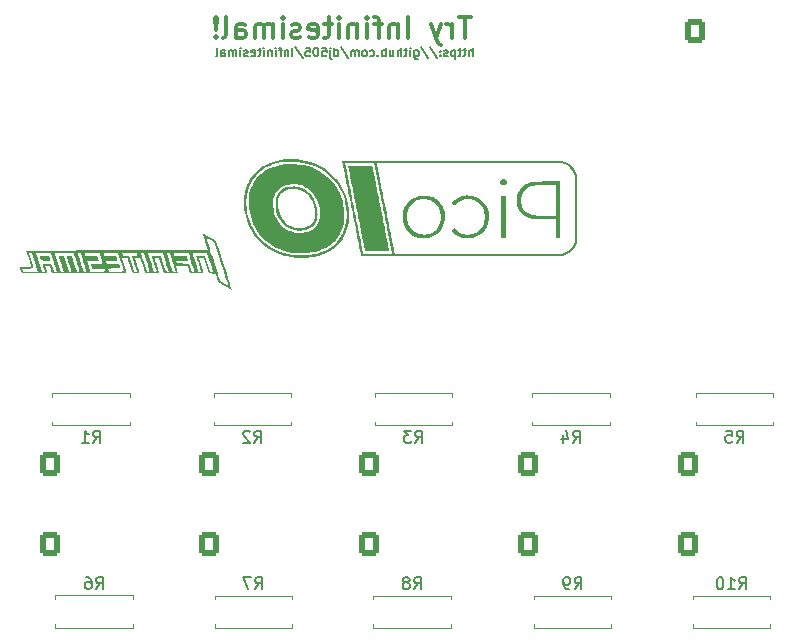
<source format=gbo>
%TF.GenerationSoftware,KiCad,Pcbnew,(6.0.8)*%
%TF.CreationDate,2023-01-23T02:10:56-07:00*%
%TF.ProjectId,PicoIO-THT,5069636f-494f-42d5-9448-542e6b696361,rev?*%
%TF.SameCoordinates,Original*%
%TF.FileFunction,Legend,Bot*%
%TF.FilePolarity,Positive*%
%FSLAX46Y46*%
G04 Gerber Fmt 4.6, Leading zero omitted, Abs format (unit mm)*
G04 Created by KiCad (PCBNEW (6.0.8)) date 2023-01-23 02:10:56*
%MOMM*%
%LPD*%
G01*
G04 APERTURE LIST*
G04 Aperture macros list*
%AMRoundRect*
0 Rectangle with rounded corners*
0 $1 Rounding radius*
0 $2 $3 $4 $5 $6 $7 $8 $9 X,Y pos of 4 corners*
0 Add a 4 corners polygon primitive as box body*
4,1,4,$2,$3,$4,$5,$6,$7,$8,$9,$2,$3,0*
0 Add four circle primitives for the rounded corners*
1,1,$1+$1,$2,$3*
1,1,$1+$1,$4,$5*
1,1,$1+$1,$6,$7*
1,1,$1+$1,$8,$9*
0 Add four rect primitives between the rounded corners*
20,1,$1+$1,$2,$3,$4,$5,0*
20,1,$1+$1,$4,$5,$6,$7,0*
20,1,$1+$1,$6,$7,$8,$9,0*
20,1,$1+$1,$8,$9,$2,$3,0*%
G04 Aperture macros list end*
%ADD10C,0.182500*%
%ADD11C,0.300000*%
%ADD12C,0.150000*%
%ADD13C,0.120000*%
%ADD14O,1.950000X1.700000*%
%ADD15RoundRect,0.250000X0.725000X-0.600000X0.725000X0.600000X-0.725000X0.600000X-0.725000X-0.600000X0*%
%ADD16O,1.700000X1.700000*%
%ADD17R,1.700000X1.700000*%
%ADD18RoundRect,0.250000X-0.600000X-0.725000X0.600000X-0.725000X0.600000X0.725000X-0.600000X0.725000X0*%
%ADD19O,1.700000X1.950000*%
%ADD20C,1.600000*%
%ADD21O,1.600000X1.600000*%
%ADD22C,3.200000*%
%ADD23O,1.050000X1.500000*%
%ADD24R,1.050000X1.500000*%
%ADD25RoundRect,0.250000X0.600000X0.750000X-0.600000X0.750000X-0.600000X-0.750000X0.600000X-0.750000X0*%
%ADD26O,1.700000X2.000000*%
G04 APERTURE END LIST*
D10*
X149275714Y-71958238D02*
X149275714Y-71228238D01*
X148962857Y-71958238D02*
X148962857Y-71575857D01*
X148997619Y-71506333D01*
X149067142Y-71471571D01*
X149171428Y-71471571D01*
X149240952Y-71506333D01*
X149275714Y-71541095D01*
X148719523Y-71471571D02*
X148441428Y-71471571D01*
X148615238Y-71228238D02*
X148615238Y-71853952D01*
X148580476Y-71923476D01*
X148510952Y-71958238D01*
X148441428Y-71958238D01*
X148302380Y-71471571D02*
X148024285Y-71471571D01*
X148198095Y-71228238D02*
X148198095Y-71853952D01*
X148163333Y-71923476D01*
X148093809Y-71958238D01*
X148024285Y-71958238D01*
X147780952Y-71471571D02*
X147780952Y-72201571D01*
X147780952Y-71506333D02*
X147711428Y-71471571D01*
X147572380Y-71471571D01*
X147502857Y-71506333D01*
X147468095Y-71541095D01*
X147433333Y-71610619D01*
X147433333Y-71819190D01*
X147468095Y-71888714D01*
X147502857Y-71923476D01*
X147572380Y-71958238D01*
X147711428Y-71958238D01*
X147780952Y-71923476D01*
X147155238Y-71923476D02*
X147085714Y-71958238D01*
X146946666Y-71958238D01*
X146877142Y-71923476D01*
X146842380Y-71853952D01*
X146842380Y-71819190D01*
X146877142Y-71749666D01*
X146946666Y-71714904D01*
X147050952Y-71714904D01*
X147120476Y-71680142D01*
X147155238Y-71610619D01*
X147155238Y-71575857D01*
X147120476Y-71506333D01*
X147050952Y-71471571D01*
X146946666Y-71471571D01*
X146877142Y-71506333D01*
X146529523Y-71888714D02*
X146494761Y-71923476D01*
X146529523Y-71958238D01*
X146564285Y-71923476D01*
X146529523Y-71888714D01*
X146529523Y-71958238D01*
X146529523Y-71506333D02*
X146494761Y-71541095D01*
X146529523Y-71575857D01*
X146564285Y-71541095D01*
X146529523Y-71506333D01*
X146529523Y-71575857D01*
X145660476Y-71193476D02*
X146286190Y-72132047D01*
X144895714Y-71193476D02*
X145521428Y-72132047D01*
X144339523Y-71471571D02*
X144339523Y-72062523D01*
X144374285Y-72132047D01*
X144409047Y-72166809D01*
X144478571Y-72201571D01*
X144582857Y-72201571D01*
X144652380Y-72166809D01*
X144339523Y-71923476D02*
X144409047Y-71958238D01*
X144548095Y-71958238D01*
X144617619Y-71923476D01*
X144652380Y-71888714D01*
X144687142Y-71819190D01*
X144687142Y-71610619D01*
X144652380Y-71541095D01*
X144617619Y-71506333D01*
X144548095Y-71471571D01*
X144409047Y-71471571D01*
X144339523Y-71506333D01*
X143991904Y-71958238D02*
X143991904Y-71471571D01*
X143991904Y-71228238D02*
X144026666Y-71263000D01*
X143991904Y-71297761D01*
X143957142Y-71263000D01*
X143991904Y-71228238D01*
X143991904Y-71297761D01*
X143748571Y-71471571D02*
X143470476Y-71471571D01*
X143644285Y-71228238D02*
X143644285Y-71853952D01*
X143609523Y-71923476D01*
X143540000Y-71958238D01*
X143470476Y-71958238D01*
X143227142Y-71958238D02*
X143227142Y-71228238D01*
X142914285Y-71958238D02*
X142914285Y-71575857D01*
X142949047Y-71506333D01*
X143018571Y-71471571D01*
X143122857Y-71471571D01*
X143192380Y-71506333D01*
X143227142Y-71541095D01*
X142253809Y-71471571D02*
X142253809Y-71958238D01*
X142566666Y-71471571D02*
X142566666Y-71853952D01*
X142531904Y-71923476D01*
X142462380Y-71958238D01*
X142358095Y-71958238D01*
X142288571Y-71923476D01*
X142253809Y-71888714D01*
X141906190Y-71958238D02*
X141906190Y-71228238D01*
X141906190Y-71506333D02*
X141836666Y-71471571D01*
X141697619Y-71471571D01*
X141628095Y-71506333D01*
X141593333Y-71541095D01*
X141558571Y-71610619D01*
X141558571Y-71819190D01*
X141593333Y-71888714D01*
X141628095Y-71923476D01*
X141697619Y-71958238D01*
X141836666Y-71958238D01*
X141906190Y-71923476D01*
X141245714Y-71888714D02*
X141210952Y-71923476D01*
X141245714Y-71958238D01*
X141280476Y-71923476D01*
X141245714Y-71888714D01*
X141245714Y-71958238D01*
X140585238Y-71923476D02*
X140654761Y-71958238D01*
X140793809Y-71958238D01*
X140863333Y-71923476D01*
X140898095Y-71888714D01*
X140932857Y-71819190D01*
X140932857Y-71610619D01*
X140898095Y-71541095D01*
X140863333Y-71506333D01*
X140793809Y-71471571D01*
X140654761Y-71471571D01*
X140585238Y-71506333D01*
X140168095Y-71958238D02*
X140237619Y-71923476D01*
X140272380Y-71888714D01*
X140307142Y-71819190D01*
X140307142Y-71610619D01*
X140272380Y-71541095D01*
X140237619Y-71506333D01*
X140168095Y-71471571D01*
X140063809Y-71471571D01*
X139994285Y-71506333D01*
X139959523Y-71541095D01*
X139924761Y-71610619D01*
X139924761Y-71819190D01*
X139959523Y-71888714D01*
X139994285Y-71923476D01*
X140063809Y-71958238D01*
X140168095Y-71958238D01*
X139611904Y-71958238D02*
X139611904Y-71471571D01*
X139611904Y-71541095D02*
X139577142Y-71506333D01*
X139507619Y-71471571D01*
X139403333Y-71471571D01*
X139333809Y-71506333D01*
X139299047Y-71575857D01*
X139299047Y-71958238D01*
X139299047Y-71575857D02*
X139264285Y-71506333D01*
X139194761Y-71471571D01*
X139090476Y-71471571D01*
X139020952Y-71506333D01*
X138986190Y-71575857D01*
X138986190Y-71958238D01*
X138117142Y-71193476D02*
X138742857Y-72132047D01*
X137560952Y-71958238D02*
X137560952Y-71228238D01*
X137560952Y-71923476D02*
X137630476Y-71958238D01*
X137769523Y-71958238D01*
X137839047Y-71923476D01*
X137873809Y-71888714D01*
X137908571Y-71819190D01*
X137908571Y-71610619D01*
X137873809Y-71541095D01*
X137839047Y-71506333D01*
X137769523Y-71471571D01*
X137630476Y-71471571D01*
X137560952Y-71506333D01*
X137213333Y-71471571D02*
X137213333Y-72097285D01*
X137248095Y-72166809D01*
X137317619Y-72201571D01*
X137352380Y-72201571D01*
X137213333Y-71228238D02*
X137248095Y-71263000D01*
X137213333Y-71297761D01*
X137178571Y-71263000D01*
X137213333Y-71228238D01*
X137213333Y-71297761D01*
X136518095Y-71228238D02*
X136865714Y-71228238D01*
X136900476Y-71575857D01*
X136865714Y-71541095D01*
X136796190Y-71506333D01*
X136622380Y-71506333D01*
X136552857Y-71541095D01*
X136518095Y-71575857D01*
X136483333Y-71645380D01*
X136483333Y-71819190D01*
X136518095Y-71888714D01*
X136552857Y-71923476D01*
X136622380Y-71958238D01*
X136796190Y-71958238D01*
X136865714Y-71923476D01*
X136900476Y-71888714D01*
X136031428Y-71228238D02*
X135961904Y-71228238D01*
X135892380Y-71263000D01*
X135857619Y-71297761D01*
X135822857Y-71367285D01*
X135788095Y-71506333D01*
X135788095Y-71680142D01*
X135822857Y-71819190D01*
X135857619Y-71888714D01*
X135892380Y-71923476D01*
X135961904Y-71958238D01*
X136031428Y-71958238D01*
X136100952Y-71923476D01*
X136135714Y-71888714D01*
X136170476Y-71819190D01*
X136205238Y-71680142D01*
X136205238Y-71506333D01*
X136170476Y-71367285D01*
X136135714Y-71297761D01*
X136100952Y-71263000D01*
X136031428Y-71228238D01*
X135127619Y-71228238D02*
X135475238Y-71228238D01*
X135510000Y-71575857D01*
X135475238Y-71541095D01*
X135405714Y-71506333D01*
X135231904Y-71506333D01*
X135162380Y-71541095D01*
X135127619Y-71575857D01*
X135092857Y-71645380D01*
X135092857Y-71819190D01*
X135127619Y-71888714D01*
X135162380Y-71923476D01*
X135231904Y-71958238D01*
X135405714Y-71958238D01*
X135475238Y-71923476D01*
X135510000Y-71888714D01*
X134258571Y-71193476D02*
X134884285Y-72132047D01*
X134015238Y-71958238D02*
X134015238Y-71228238D01*
X133667619Y-71471571D02*
X133667619Y-71958238D01*
X133667619Y-71541095D02*
X133632857Y-71506333D01*
X133563333Y-71471571D01*
X133459047Y-71471571D01*
X133389523Y-71506333D01*
X133354761Y-71575857D01*
X133354761Y-71958238D01*
X133111428Y-71471571D02*
X132833333Y-71471571D01*
X133007142Y-71958238D02*
X133007142Y-71332523D01*
X132972380Y-71263000D01*
X132902857Y-71228238D01*
X132833333Y-71228238D01*
X132590000Y-71958238D02*
X132590000Y-71471571D01*
X132590000Y-71228238D02*
X132624761Y-71263000D01*
X132590000Y-71297761D01*
X132555238Y-71263000D01*
X132590000Y-71228238D01*
X132590000Y-71297761D01*
X132242380Y-71471571D02*
X132242380Y-71958238D01*
X132242380Y-71541095D02*
X132207619Y-71506333D01*
X132138095Y-71471571D01*
X132033809Y-71471571D01*
X131964285Y-71506333D01*
X131929523Y-71575857D01*
X131929523Y-71958238D01*
X131581904Y-71958238D02*
X131581904Y-71471571D01*
X131581904Y-71228238D02*
X131616666Y-71263000D01*
X131581904Y-71297761D01*
X131547142Y-71263000D01*
X131581904Y-71228238D01*
X131581904Y-71297761D01*
X131338571Y-71471571D02*
X131060476Y-71471571D01*
X131234285Y-71228238D02*
X131234285Y-71853952D01*
X131199523Y-71923476D01*
X131130000Y-71958238D01*
X131060476Y-71958238D01*
X130539047Y-71923476D02*
X130608571Y-71958238D01*
X130747619Y-71958238D01*
X130817142Y-71923476D01*
X130851904Y-71853952D01*
X130851904Y-71575857D01*
X130817142Y-71506333D01*
X130747619Y-71471571D01*
X130608571Y-71471571D01*
X130539047Y-71506333D01*
X130504285Y-71575857D01*
X130504285Y-71645380D01*
X130851904Y-71714904D01*
X130226190Y-71923476D02*
X130156666Y-71958238D01*
X130017619Y-71958238D01*
X129948095Y-71923476D01*
X129913333Y-71853952D01*
X129913333Y-71819190D01*
X129948095Y-71749666D01*
X130017619Y-71714904D01*
X130121904Y-71714904D01*
X130191428Y-71680142D01*
X130226190Y-71610619D01*
X130226190Y-71575857D01*
X130191428Y-71506333D01*
X130121904Y-71471571D01*
X130017619Y-71471571D01*
X129948095Y-71506333D01*
X129600476Y-71958238D02*
X129600476Y-71471571D01*
X129600476Y-71228238D02*
X129635238Y-71263000D01*
X129600476Y-71297761D01*
X129565714Y-71263000D01*
X129600476Y-71228238D01*
X129600476Y-71297761D01*
X129252857Y-71958238D02*
X129252857Y-71471571D01*
X129252857Y-71541095D02*
X129218095Y-71506333D01*
X129148571Y-71471571D01*
X129044285Y-71471571D01*
X128974761Y-71506333D01*
X128940000Y-71575857D01*
X128940000Y-71958238D01*
X128940000Y-71575857D02*
X128905238Y-71506333D01*
X128835714Y-71471571D01*
X128731428Y-71471571D01*
X128661904Y-71506333D01*
X128627142Y-71575857D01*
X128627142Y-71958238D01*
X127966666Y-71958238D02*
X127966666Y-71575857D01*
X128001428Y-71506333D01*
X128070952Y-71471571D01*
X128210000Y-71471571D01*
X128279523Y-71506333D01*
X127966666Y-71923476D02*
X128036190Y-71958238D01*
X128210000Y-71958238D01*
X128279523Y-71923476D01*
X128314285Y-71853952D01*
X128314285Y-71784428D01*
X128279523Y-71714904D01*
X128210000Y-71680142D01*
X128036190Y-71680142D01*
X127966666Y-71645380D01*
X127514761Y-71958238D02*
X127584285Y-71923476D01*
X127619047Y-71853952D01*
X127619047Y-71228238D01*
D11*
X149092666Y-68637666D02*
X148092666Y-68637666D01*
X148592666Y-70387666D02*
X148592666Y-68637666D01*
X147509333Y-70387666D02*
X147509333Y-69221000D01*
X147509333Y-69554333D02*
X147426000Y-69387666D01*
X147342666Y-69304333D01*
X147176000Y-69221000D01*
X147009333Y-69221000D01*
X146592666Y-69221000D02*
X146176000Y-70387666D01*
X145759333Y-69221000D02*
X146176000Y-70387666D01*
X146342666Y-70804333D01*
X146426000Y-70887666D01*
X146592666Y-70971000D01*
X143759333Y-70387666D02*
X143759333Y-68637666D01*
X142926000Y-69221000D02*
X142926000Y-70387666D01*
X142926000Y-69387666D02*
X142842666Y-69304333D01*
X142676000Y-69221000D01*
X142426000Y-69221000D01*
X142259333Y-69304333D01*
X142176000Y-69471000D01*
X142176000Y-70387666D01*
X141592666Y-69221000D02*
X140926000Y-69221000D01*
X141342666Y-70387666D02*
X141342666Y-68887666D01*
X141259333Y-68721000D01*
X141092666Y-68637666D01*
X140926000Y-68637666D01*
X140342666Y-70387666D02*
X140342666Y-69221000D01*
X140342666Y-68637666D02*
X140426000Y-68721000D01*
X140342666Y-68804333D01*
X140259333Y-68721000D01*
X140342666Y-68637666D01*
X140342666Y-68804333D01*
X139509333Y-69221000D02*
X139509333Y-70387666D01*
X139509333Y-69387666D02*
X139426000Y-69304333D01*
X139259333Y-69221000D01*
X139009333Y-69221000D01*
X138842666Y-69304333D01*
X138759333Y-69471000D01*
X138759333Y-70387666D01*
X137926000Y-70387666D02*
X137926000Y-69221000D01*
X137926000Y-68637666D02*
X138009333Y-68721000D01*
X137926000Y-68804333D01*
X137842666Y-68721000D01*
X137926000Y-68637666D01*
X137926000Y-68804333D01*
X137342666Y-69221000D02*
X136676000Y-69221000D01*
X137092666Y-68637666D02*
X137092666Y-70137666D01*
X137009333Y-70304333D01*
X136842666Y-70387666D01*
X136676000Y-70387666D01*
X135426000Y-70304333D02*
X135592666Y-70387666D01*
X135926000Y-70387666D01*
X136092666Y-70304333D01*
X136176000Y-70137666D01*
X136176000Y-69471000D01*
X136092666Y-69304333D01*
X135926000Y-69221000D01*
X135592666Y-69221000D01*
X135426000Y-69304333D01*
X135342666Y-69471000D01*
X135342666Y-69637666D01*
X136176000Y-69804333D01*
X134676000Y-70304333D02*
X134509333Y-70387666D01*
X134176000Y-70387666D01*
X134009333Y-70304333D01*
X133926000Y-70137666D01*
X133926000Y-70054333D01*
X134009333Y-69887666D01*
X134176000Y-69804333D01*
X134426000Y-69804333D01*
X134592666Y-69721000D01*
X134676000Y-69554333D01*
X134676000Y-69471000D01*
X134592666Y-69304333D01*
X134426000Y-69221000D01*
X134176000Y-69221000D01*
X134009333Y-69304333D01*
X133176000Y-70387666D02*
X133176000Y-69221000D01*
X133176000Y-68637666D02*
X133259333Y-68721000D01*
X133176000Y-68804333D01*
X133092666Y-68721000D01*
X133176000Y-68637666D01*
X133176000Y-68804333D01*
X132342666Y-70387666D02*
X132342666Y-69221000D01*
X132342666Y-69387666D02*
X132259333Y-69304333D01*
X132092666Y-69221000D01*
X131842666Y-69221000D01*
X131676000Y-69304333D01*
X131592666Y-69471000D01*
X131592666Y-70387666D01*
X131592666Y-69471000D02*
X131509333Y-69304333D01*
X131342666Y-69221000D01*
X131092666Y-69221000D01*
X130926000Y-69304333D01*
X130842666Y-69471000D01*
X130842666Y-70387666D01*
X129259333Y-70387666D02*
X129259333Y-69471000D01*
X129342666Y-69304333D01*
X129509333Y-69221000D01*
X129842666Y-69221000D01*
X130009333Y-69304333D01*
X129259333Y-70304333D02*
X129426000Y-70387666D01*
X129842666Y-70387666D01*
X130009333Y-70304333D01*
X130092666Y-70137666D01*
X130092666Y-69971000D01*
X130009333Y-69804333D01*
X129842666Y-69721000D01*
X129426000Y-69721000D01*
X129259333Y-69637666D01*
X128176000Y-70387666D02*
X128342666Y-70304333D01*
X128426000Y-70137666D01*
X128426000Y-68637666D01*
X127509333Y-70221000D02*
X127426000Y-70304333D01*
X127509333Y-70387666D01*
X127592666Y-70304333D01*
X127509333Y-70221000D01*
X127509333Y-70387666D01*
X127509333Y-69721000D02*
X127592666Y-68721000D01*
X127509333Y-68637666D01*
X127426000Y-68721000D01*
X127509333Y-69721000D01*
X127509333Y-68637666D01*
D12*
%TO.C,R1*%
X117133666Y-104672380D02*
X117467000Y-104196190D01*
X117705095Y-104672380D02*
X117705095Y-103672380D01*
X117324142Y-103672380D01*
X117228904Y-103720000D01*
X117181285Y-103767619D01*
X117133666Y-103862857D01*
X117133666Y-104005714D01*
X117181285Y-104100952D01*
X117228904Y-104148571D01*
X117324142Y-104196190D01*
X117705095Y-104196190D01*
X116181285Y-104672380D02*
X116752714Y-104672380D01*
X116467000Y-104672380D02*
X116467000Y-103672380D01*
X116562238Y-103815238D01*
X116657476Y-103910476D01*
X116752714Y-103958095D01*
%TO.C,R10*%
X171838857Y-117081380D02*
X172172190Y-116605190D01*
X172410285Y-117081380D02*
X172410285Y-116081380D01*
X172029333Y-116081380D01*
X171934095Y-116129000D01*
X171886476Y-116176619D01*
X171838857Y-116271857D01*
X171838857Y-116414714D01*
X171886476Y-116509952D01*
X171934095Y-116557571D01*
X172029333Y-116605190D01*
X172410285Y-116605190D01*
X170886476Y-117081380D02*
X171457904Y-117081380D01*
X171172190Y-117081380D02*
X171172190Y-116081380D01*
X171267428Y-116224238D01*
X171362666Y-116319476D01*
X171457904Y-116367095D01*
X170267428Y-116081380D02*
X170172190Y-116081380D01*
X170076952Y-116129000D01*
X170029333Y-116176619D01*
X169981714Y-116271857D01*
X169934095Y-116462333D01*
X169934095Y-116700428D01*
X169981714Y-116890904D01*
X170029333Y-116986142D01*
X170076952Y-117033761D01*
X170172190Y-117081380D01*
X170267428Y-117081380D01*
X170362666Y-117033761D01*
X170410285Y-116986142D01*
X170457904Y-116890904D01*
X170505523Y-116700428D01*
X170505523Y-116462333D01*
X170457904Y-116271857D01*
X170410285Y-116176619D01*
X170362666Y-116129000D01*
X170267428Y-116081380D01*
%TO.C,R9*%
X157900666Y-117081380D02*
X158234000Y-116605190D01*
X158472095Y-117081380D02*
X158472095Y-116081380D01*
X158091142Y-116081380D01*
X157995904Y-116129000D01*
X157948285Y-116176619D01*
X157900666Y-116271857D01*
X157900666Y-116414714D01*
X157948285Y-116509952D01*
X157995904Y-116557571D01*
X158091142Y-116605190D01*
X158472095Y-116605190D01*
X157424476Y-117081380D02*
X157234000Y-117081380D01*
X157138761Y-117033761D01*
X157091142Y-116986142D01*
X156995904Y-116843285D01*
X156948285Y-116652809D01*
X156948285Y-116271857D01*
X156995904Y-116176619D01*
X157043523Y-116129000D01*
X157138761Y-116081380D01*
X157329238Y-116081380D01*
X157424476Y-116129000D01*
X157472095Y-116176619D01*
X157519714Y-116271857D01*
X157519714Y-116509952D01*
X157472095Y-116605190D01*
X157424476Y-116652809D01*
X157329238Y-116700428D01*
X157138761Y-116700428D01*
X157043523Y-116652809D01*
X156995904Y-116605190D01*
X156948285Y-116509952D01*
%TO.C,R6*%
X117386666Y-117072380D02*
X117720000Y-116596190D01*
X117958095Y-117072380D02*
X117958095Y-116072380D01*
X117577142Y-116072380D01*
X117481904Y-116120000D01*
X117434285Y-116167619D01*
X117386666Y-116262857D01*
X117386666Y-116405714D01*
X117434285Y-116500952D01*
X117481904Y-116548571D01*
X117577142Y-116596190D01*
X117958095Y-116596190D01*
X116529523Y-116072380D02*
X116720000Y-116072380D01*
X116815238Y-116120000D01*
X116862857Y-116167619D01*
X116958095Y-116310476D01*
X117005714Y-116500952D01*
X117005714Y-116881904D01*
X116958095Y-116977142D01*
X116910476Y-117024761D01*
X116815238Y-117072380D01*
X116624761Y-117072380D01*
X116529523Y-117024761D01*
X116481904Y-116977142D01*
X116434285Y-116881904D01*
X116434285Y-116643809D01*
X116481904Y-116548571D01*
X116529523Y-116500952D01*
X116624761Y-116453333D01*
X116815238Y-116453333D01*
X116910476Y-116500952D01*
X116958095Y-116548571D01*
X117005714Y-116643809D01*
%TO.C,R7*%
X130856666Y-117081380D02*
X131190000Y-116605190D01*
X131428095Y-117081380D02*
X131428095Y-116081380D01*
X131047142Y-116081380D01*
X130951904Y-116129000D01*
X130904285Y-116176619D01*
X130856666Y-116271857D01*
X130856666Y-116414714D01*
X130904285Y-116509952D01*
X130951904Y-116557571D01*
X131047142Y-116605190D01*
X131428095Y-116605190D01*
X130523333Y-116081380D02*
X129856666Y-116081380D01*
X130285238Y-117081380D01*
%TO.C,R3*%
X144401666Y-104672380D02*
X144735000Y-104196190D01*
X144973095Y-104672380D02*
X144973095Y-103672380D01*
X144592142Y-103672380D01*
X144496904Y-103720000D01*
X144449285Y-103767619D01*
X144401666Y-103862857D01*
X144401666Y-104005714D01*
X144449285Y-104100952D01*
X144496904Y-104148571D01*
X144592142Y-104196190D01*
X144973095Y-104196190D01*
X144068333Y-103672380D02*
X143449285Y-103672380D01*
X143782619Y-104053333D01*
X143639761Y-104053333D01*
X143544523Y-104100952D01*
X143496904Y-104148571D01*
X143449285Y-104243809D01*
X143449285Y-104481904D01*
X143496904Y-104577142D01*
X143544523Y-104624761D01*
X143639761Y-104672380D01*
X143925476Y-104672380D01*
X144020714Y-104624761D01*
X144068333Y-104577142D01*
%TO.C,R2*%
X130791666Y-104672380D02*
X131125000Y-104196190D01*
X131363095Y-104672380D02*
X131363095Y-103672380D01*
X130982142Y-103672380D01*
X130886904Y-103720000D01*
X130839285Y-103767619D01*
X130791666Y-103862857D01*
X130791666Y-104005714D01*
X130839285Y-104100952D01*
X130886904Y-104148571D01*
X130982142Y-104196190D01*
X131363095Y-104196190D01*
X130410714Y-103767619D02*
X130363095Y-103720000D01*
X130267857Y-103672380D01*
X130029761Y-103672380D01*
X129934523Y-103720000D01*
X129886904Y-103767619D01*
X129839285Y-103862857D01*
X129839285Y-103958095D01*
X129886904Y-104100952D01*
X130458333Y-104672380D01*
X129839285Y-104672380D01*
%TO.C,R4*%
X157766666Y-104672380D02*
X158100000Y-104196190D01*
X158338095Y-104672380D02*
X158338095Y-103672380D01*
X157957142Y-103672380D01*
X157861904Y-103720000D01*
X157814285Y-103767619D01*
X157766666Y-103862857D01*
X157766666Y-104005714D01*
X157814285Y-104100952D01*
X157861904Y-104148571D01*
X157957142Y-104196190D01*
X158338095Y-104196190D01*
X156909523Y-104005714D02*
X156909523Y-104672380D01*
X157147619Y-103624761D02*
X157385714Y-104339047D01*
X156766666Y-104339047D01*
%TO.C,R5*%
X171616666Y-104672380D02*
X171950000Y-104196190D01*
X172188095Y-104672380D02*
X172188095Y-103672380D01*
X171807142Y-103672380D01*
X171711904Y-103720000D01*
X171664285Y-103767619D01*
X171616666Y-103862857D01*
X171616666Y-104005714D01*
X171664285Y-104100952D01*
X171711904Y-104148571D01*
X171807142Y-104196190D01*
X172188095Y-104196190D01*
X170711904Y-103672380D02*
X171188095Y-103672380D01*
X171235714Y-104148571D01*
X171188095Y-104100952D01*
X171092857Y-104053333D01*
X170854761Y-104053333D01*
X170759523Y-104100952D01*
X170711904Y-104148571D01*
X170664285Y-104243809D01*
X170664285Y-104481904D01*
X170711904Y-104577142D01*
X170759523Y-104624761D01*
X170854761Y-104672380D01*
X171092857Y-104672380D01*
X171188095Y-104624761D01*
X171235714Y-104577142D01*
%TO.C,R8*%
X144311666Y-117081380D02*
X144645000Y-116605190D01*
X144883095Y-117081380D02*
X144883095Y-116081380D01*
X144502142Y-116081380D01*
X144406904Y-116129000D01*
X144359285Y-116176619D01*
X144311666Y-116271857D01*
X144311666Y-116414714D01*
X144359285Y-116509952D01*
X144406904Y-116557571D01*
X144502142Y-116605190D01*
X144883095Y-116605190D01*
X143740238Y-116509952D02*
X143835476Y-116462333D01*
X143883095Y-116414714D01*
X143930714Y-116319476D01*
X143930714Y-116271857D01*
X143883095Y-116176619D01*
X143835476Y-116129000D01*
X143740238Y-116081380D01*
X143549761Y-116081380D01*
X143454523Y-116129000D01*
X143406904Y-116176619D01*
X143359285Y-116271857D01*
X143359285Y-116319476D01*
X143406904Y-116414714D01*
X143454523Y-116462333D01*
X143549761Y-116509952D01*
X143740238Y-116509952D01*
X143835476Y-116557571D01*
X143883095Y-116605190D01*
X143930714Y-116700428D01*
X143930714Y-116890904D01*
X143883095Y-116986142D01*
X143835476Y-117033761D01*
X143740238Y-117081380D01*
X143549761Y-117081380D01*
X143454523Y-117033761D01*
X143406904Y-116986142D01*
X143359285Y-116890904D01*
X143359285Y-116700428D01*
X143406904Y-116605190D01*
X143454523Y-116557571D01*
X143549761Y-116509952D01*
D13*
%TO.C,R1*%
X120237000Y-103220000D02*
X120237000Y-102890000D01*
X113697000Y-100810000D02*
X113697000Y-100480000D01*
X113697000Y-100480000D02*
X120237000Y-100480000D01*
X120237000Y-100480000D02*
X120237000Y-100810000D01*
X113697000Y-102890000D02*
X113697000Y-103220000D01*
X113697000Y-103220000D02*
X120237000Y-103220000D01*
%TO.C,R10*%
X174466000Y-117959000D02*
X174466000Y-117629000D01*
X174466000Y-120369000D02*
X167926000Y-120369000D01*
X174466000Y-120039000D02*
X174466000Y-120369000D01*
X167926000Y-120369000D02*
X167926000Y-120039000D01*
X167926000Y-117629000D02*
X167926000Y-117959000D01*
X174466000Y-117629000D02*
X167926000Y-117629000D01*
%TO.C,R9*%
X154464000Y-120369000D02*
X154464000Y-120039000D01*
X161004000Y-120369000D02*
X154464000Y-120369000D01*
X161004000Y-120039000D02*
X161004000Y-120369000D01*
X161004000Y-117629000D02*
X154464000Y-117629000D01*
X161004000Y-117959000D02*
X161004000Y-117629000D01*
X154464000Y-117629000D02*
X154464000Y-117959000D01*
%TO.C,R6*%
X120490000Y-120030000D02*
X120490000Y-120360000D01*
X113950000Y-120360000D02*
X113950000Y-120030000D01*
X120490000Y-117950000D02*
X120490000Y-117620000D01*
X113950000Y-117620000D02*
X113950000Y-117950000D01*
X120490000Y-120360000D02*
X113950000Y-120360000D01*
X120490000Y-117620000D02*
X113950000Y-117620000D01*
%TO.C,R7*%
X127420000Y-117629000D02*
X127420000Y-117959000D01*
X133960000Y-117959000D02*
X133960000Y-117629000D01*
X133960000Y-117629000D02*
X127420000Y-117629000D01*
X127420000Y-120369000D02*
X127420000Y-120039000D01*
X133960000Y-120039000D02*
X133960000Y-120369000D01*
X133960000Y-120369000D02*
X127420000Y-120369000D01*
%TO.C,R3*%
X147505000Y-103220000D02*
X147505000Y-102890000D01*
X147505000Y-100480000D02*
X147505000Y-100810000D01*
X140965000Y-100810000D02*
X140965000Y-100480000D01*
X140965000Y-103220000D02*
X147505000Y-103220000D01*
X140965000Y-102890000D02*
X140965000Y-103220000D01*
X140965000Y-100480000D02*
X147505000Y-100480000D01*
%TO.C,R2*%
X133895000Y-103220000D02*
X133895000Y-102890000D01*
X127355000Y-103220000D02*
X133895000Y-103220000D01*
X133895000Y-100480000D02*
X133895000Y-100810000D01*
X127355000Y-100810000D02*
X127355000Y-100480000D01*
X127355000Y-100480000D02*
X133895000Y-100480000D01*
X127355000Y-102890000D02*
X127355000Y-103220000D01*
%TO.C,R4*%
X154330000Y-102890000D02*
X154330000Y-103220000D01*
X154330000Y-100480000D02*
X160870000Y-100480000D01*
X154330000Y-103220000D02*
X160870000Y-103220000D01*
X154330000Y-100810000D02*
X154330000Y-100480000D01*
X160870000Y-100480000D02*
X160870000Y-100810000D01*
X160870000Y-103220000D02*
X160870000Y-102890000D01*
%TO.C,R5*%
X174720000Y-103220000D02*
X174720000Y-102890000D01*
X168180000Y-103220000D02*
X174720000Y-103220000D01*
X168180000Y-100480000D02*
X174720000Y-100480000D01*
X168180000Y-100810000D02*
X168180000Y-100480000D01*
X168180000Y-102890000D02*
X168180000Y-103220000D01*
X174720000Y-100480000D02*
X174720000Y-100810000D01*
%TO.C,R8*%
X147415000Y-120039000D02*
X147415000Y-120369000D01*
X140875000Y-117629000D02*
X140875000Y-117959000D01*
X147415000Y-120369000D02*
X140875000Y-120369000D01*
X147415000Y-117959000D02*
X147415000Y-117629000D01*
X147415000Y-117629000D02*
X140875000Y-117629000D01*
X140875000Y-120369000D02*
X140875000Y-120039000D01*
%TO.C,G\u002A\u002A\u002A*%
G36*
X140781264Y-81262768D02*
G01*
X140781988Y-81266208D01*
X140787645Y-81294176D01*
X140798608Y-81348851D01*
X140814633Y-81429018D01*
X140835481Y-81533463D01*
X140860908Y-81660972D01*
X140890674Y-81810330D01*
X140924536Y-81980325D01*
X140962253Y-82169740D01*
X141003584Y-82377363D01*
X141048286Y-82601980D01*
X141096118Y-82842375D01*
X141146839Y-83097335D01*
X141200206Y-83365645D01*
X141255977Y-83646092D01*
X141313912Y-83937462D01*
X141373769Y-84238539D01*
X141435305Y-84548111D01*
X141498280Y-84864963D01*
X141523936Y-84994053D01*
X141586332Y-85307982D01*
X141647180Y-85614089D01*
X141706240Y-85911162D01*
X141763270Y-86197992D01*
X141818030Y-86473367D01*
X141870278Y-86736077D01*
X141919774Y-86984911D01*
X141966277Y-87218656D01*
X142009545Y-87436104D01*
X142049338Y-87636043D01*
X142085415Y-87817261D01*
X142117535Y-87978549D01*
X142145457Y-88118695D01*
X142168939Y-88236488D01*
X142187741Y-88330718D01*
X142201623Y-88400173D01*
X142210342Y-88443643D01*
X142213659Y-88459917D01*
X142213887Y-88463673D01*
X142211028Y-88468037D01*
X142202767Y-88471772D01*
X142187140Y-88474926D01*
X142162184Y-88477548D01*
X142125937Y-88479687D01*
X142076434Y-88481391D01*
X142011713Y-88482710D01*
X141929809Y-88483692D01*
X141828759Y-88484386D01*
X141706601Y-88484841D01*
X141561371Y-88485106D01*
X141391105Y-88485229D01*
X141193840Y-88485259D01*
X140168058Y-88485259D01*
X140152589Y-88409233D01*
X140152380Y-88408204D01*
X140139296Y-88343543D01*
X140121424Y-88254681D01*
X140099054Y-88143080D01*
X140072475Y-88010202D01*
X140041977Y-87857508D01*
X140007851Y-87686458D01*
X139970387Y-87498514D01*
X139929874Y-87295138D01*
X139886603Y-87077791D01*
X139840863Y-86847934D01*
X139792944Y-86607028D01*
X139743137Y-86356534D01*
X139691731Y-86097914D01*
X139639016Y-85832630D01*
X139585283Y-85562142D01*
X139530822Y-85287911D01*
X139475921Y-85011400D01*
X139420872Y-84734069D01*
X139365964Y-84457379D01*
X139311488Y-84182792D01*
X139257732Y-83911769D01*
X139204988Y-83645771D01*
X139153546Y-83386260D01*
X139103694Y-83134697D01*
X139055724Y-82892543D01*
X139009925Y-82661260D01*
X138966587Y-82442308D01*
X138926000Y-82237149D01*
X138888454Y-82047244D01*
X138854239Y-81874055D01*
X138823646Y-81719043D01*
X138796964Y-81583668D01*
X138774482Y-81469393D01*
X138756492Y-81377679D01*
X138743283Y-81309987D01*
X138735145Y-81267777D01*
X138732367Y-81252513D01*
X138734086Y-81248723D01*
X138741465Y-81244907D01*
X138756477Y-81241645D01*
X138781061Y-81238895D01*
X138817157Y-81236614D01*
X138866704Y-81234761D01*
X138931639Y-81233292D01*
X139013904Y-81232166D01*
X139115435Y-81231340D01*
X139238173Y-81230771D01*
X139384057Y-81230417D01*
X139555024Y-81230236D01*
X139753015Y-81230185D01*
X140773663Y-81230185D01*
X140781264Y-81262768D01*
G37*
G36*
X138405276Y-85488435D02*
G01*
X138402266Y-85623181D01*
X138396970Y-85748108D01*
X138389437Y-85856862D01*
X138379713Y-85943087D01*
X138339009Y-86166977D01*
X138261876Y-86457652D01*
X138159343Y-86734417D01*
X138031402Y-86997294D01*
X137878042Y-87246301D01*
X137699256Y-87481460D01*
X137698933Y-87481845D01*
X137511255Y-87683161D01*
X137301271Y-87867145D01*
X137070354Y-88033143D01*
X136819875Y-88180501D01*
X136551205Y-88308566D01*
X136265716Y-88416683D01*
X135964779Y-88504198D01*
X135649766Y-88570459D01*
X135322048Y-88614810D01*
X135264705Y-88619011D01*
X135173071Y-88622608D01*
X135062307Y-88624640D01*
X134937755Y-88625196D01*
X134804759Y-88624363D01*
X134668660Y-88622230D01*
X134534800Y-88618885D01*
X134408523Y-88614416D01*
X134295170Y-88608910D01*
X134200085Y-88602456D01*
X134128609Y-88595143D01*
X134030742Y-88581242D01*
X133660193Y-88512173D01*
X133305955Y-88419292D01*
X132968104Y-88302633D01*
X132646715Y-88162233D01*
X132341866Y-87998128D01*
X132053631Y-87810352D01*
X131782087Y-87598943D01*
X131527308Y-87363936D01*
X131477138Y-87313105D01*
X131377222Y-87207216D01*
X131287394Y-87104105D01*
X131201846Y-86996625D01*
X131114773Y-86877628D01*
X131020368Y-86739968D01*
X131007048Y-86719951D01*
X130833957Y-86434032D01*
X130686004Y-86137300D01*
X130562839Y-85828634D01*
X130464118Y-85506915D01*
X130389491Y-85171025D01*
X130338613Y-84819842D01*
X130311137Y-84452249D01*
X130308365Y-84302868D01*
X132380219Y-84302868D01*
X132381351Y-84539136D01*
X132391282Y-84673426D01*
X132430343Y-84960261D01*
X132492605Y-85231724D01*
X132577701Y-85487148D01*
X132685259Y-85725868D01*
X132814912Y-85947215D01*
X132966289Y-86150522D01*
X133139023Y-86335122D01*
X133332742Y-86500348D01*
X133547079Y-86645533D01*
X133553364Y-86649286D01*
X133703592Y-86727347D01*
X133871981Y-86795771D01*
X134049150Y-86851584D01*
X134225715Y-86891812D01*
X134392294Y-86913480D01*
X134438025Y-86916734D01*
X134526387Y-86922611D01*
X134595799Y-86926266D01*
X134653186Y-86927823D01*
X134705474Y-86927405D01*
X134759586Y-86925134D01*
X134822447Y-86921135D01*
X134860248Y-86918215D01*
X135091163Y-86886437D01*
X135304927Y-86832260D01*
X135500858Y-86756259D01*
X135678276Y-86659008D01*
X135836499Y-86541081D01*
X135974847Y-86403054D01*
X136092638Y-86245501D01*
X136189191Y-86068996D01*
X136263825Y-85874113D01*
X136315860Y-85661428D01*
X136323442Y-85606669D01*
X136330441Y-85515639D01*
X136334360Y-85407926D01*
X136335250Y-85290346D01*
X136333166Y-85169718D01*
X136328160Y-85052860D01*
X136320286Y-84946589D01*
X136309596Y-84857722D01*
X136258022Y-84599806D01*
X136181426Y-84340536D01*
X136082818Y-84094771D01*
X135963386Y-83865451D01*
X135824314Y-83655515D01*
X135815928Y-83644424D01*
X135746416Y-83560697D01*
X135661679Y-83469485D01*
X135568173Y-83376965D01*
X135472354Y-83289316D01*
X135380679Y-83212718D01*
X135299603Y-83153349D01*
X135188885Y-83083906D01*
X134998141Y-82983035D01*
X134804677Y-82905670D01*
X134603327Y-82850209D01*
X134388927Y-82815048D01*
X134156313Y-82798586D01*
X134129570Y-82797855D01*
X133883998Y-82802265D01*
X133657759Y-82827615D01*
X133449898Y-82874242D01*
X133259459Y-82942478D01*
X133085488Y-83032661D01*
X132927029Y-83145124D01*
X132783127Y-83280203D01*
X132735041Y-83334369D01*
X132616946Y-83496761D01*
X132522137Y-83675686D01*
X132450892Y-83870265D01*
X132403492Y-84079618D01*
X132380219Y-84302868D01*
X130308365Y-84302868D01*
X130307667Y-84265270D01*
X130322425Y-83953492D01*
X130362925Y-83652826D01*
X130428716Y-83364128D01*
X130519352Y-83088254D01*
X130634382Y-82826060D01*
X130773360Y-82578403D01*
X130935835Y-82346138D01*
X131121361Y-82130122D01*
X131329487Y-81931210D01*
X131559766Y-81750259D01*
X131811749Y-81588125D01*
X131880733Y-81549140D01*
X132145928Y-81417800D01*
X132423815Y-81308854D01*
X132715655Y-81222019D01*
X133022704Y-81157017D01*
X133346223Y-81113567D01*
X133687470Y-81091388D01*
X134047704Y-81090200D01*
X134241218Y-81098003D01*
X134614049Y-81131115D01*
X134971079Y-81187881D01*
X135313335Y-81268608D01*
X135641845Y-81373602D01*
X135957636Y-81503168D01*
X136261736Y-81657613D01*
X136555171Y-81837243D01*
X136640387Y-81894813D01*
X136765396Y-81983164D01*
X136875900Y-82067405D01*
X136978924Y-82153231D01*
X137081493Y-82246337D01*
X137190633Y-82352418D01*
X137270792Y-82433923D01*
X137363304Y-82533504D01*
X137447798Y-82632244D01*
X137529641Y-82736766D01*
X137614196Y-82853693D01*
X137706830Y-82989649D01*
X137865964Y-83249318D01*
X138019895Y-83553022D01*
X138149069Y-83871647D01*
X138253439Y-84205053D01*
X138332954Y-84553099D01*
X138387565Y-84915647D01*
X138393480Y-84978357D01*
X138400101Y-85088831D01*
X138404242Y-85214905D01*
X138405195Y-85290346D01*
X138405951Y-85350224D01*
X138405276Y-85488435D01*
G37*
G36*
X146862741Y-86075865D02*
G01*
X146859575Y-86087880D01*
X146788519Y-86299703D01*
X146693223Y-86497144D01*
X146575359Y-86678656D01*
X146436598Y-86842694D01*
X146278611Y-86987715D01*
X146103071Y-87112172D01*
X145911648Y-87214520D01*
X145706014Y-87293216D01*
X145487841Y-87346713D01*
X145436548Y-87354211D01*
X145337464Y-87362865D01*
X145223673Y-87367625D01*
X145103739Y-87368480D01*
X144986230Y-87365419D01*
X144879710Y-87358434D01*
X144792744Y-87347514D01*
X144653837Y-87317494D01*
X144442529Y-87247983D01*
X144241905Y-87152209D01*
X144054932Y-87031443D01*
X143920579Y-86921120D01*
X143768727Y-86763674D01*
X143639264Y-86587883D01*
X143532227Y-86393806D01*
X143447655Y-86181509D01*
X143385587Y-85951052D01*
X143371641Y-85862285D01*
X143362127Y-85747941D01*
X143358618Y-85640469D01*
X143714267Y-85640469D01*
X143731914Y-85831413D01*
X143768067Y-86013632D01*
X143822536Y-86180193D01*
X143870611Y-86286587D01*
X143972646Y-86459893D01*
X144095327Y-86614004D01*
X144236953Y-86747617D01*
X144395824Y-86859430D01*
X144570239Y-86948138D01*
X144758497Y-87012438D01*
X144958897Y-87051026D01*
X144996331Y-87055170D01*
X145203001Y-87061410D01*
X145405327Y-87039208D01*
X145602058Y-86988776D01*
X145791946Y-86910324D01*
X145920858Y-86837061D01*
X146075538Y-86720559D01*
X146212173Y-86582735D01*
X146329238Y-86425422D01*
X146425212Y-86250453D01*
X146498572Y-86059660D01*
X146514794Y-86003036D01*
X146551302Y-85817134D01*
X146566690Y-85622177D01*
X146561341Y-85424313D01*
X146535638Y-85229688D01*
X146489964Y-85044449D01*
X146424703Y-84874743D01*
X146413894Y-84852136D01*
X146311831Y-84673975D01*
X146189878Y-84516417D01*
X146049031Y-84380306D01*
X145890285Y-84266488D01*
X145714635Y-84175807D01*
X145523076Y-84109108D01*
X145508689Y-84105235D01*
X145462516Y-84094064D01*
X145417908Y-84086133D01*
X145368762Y-84080934D01*
X145308972Y-84077959D01*
X145232437Y-84076700D01*
X145133052Y-84076648D01*
X145038424Y-84077371D01*
X144958340Y-84079279D01*
X144895771Y-84082842D01*
X144844768Y-84088559D01*
X144799382Y-84096928D01*
X144753667Y-84108448D01*
X144571661Y-84172012D01*
X144395652Y-84262247D01*
X144236268Y-84375351D01*
X144094810Y-84510077D01*
X143972582Y-84665176D01*
X143870886Y-84839399D01*
X143791023Y-85031496D01*
X143774264Y-85084612D01*
X143735252Y-85260137D01*
X143715316Y-85447733D01*
X143714267Y-85640469D01*
X143358618Y-85640469D01*
X143357969Y-85620598D01*
X143359092Y-85488198D01*
X143365420Y-85358687D01*
X143376875Y-85240008D01*
X143393382Y-85140105D01*
X143409028Y-85073420D01*
X143478312Y-84855998D01*
X143572186Y-84653040D01*
X143690084Y-84465640D01*
X143831440Y-84294890D01*
X143956768Y-84173891D01*
X144130847Y-84039950D01*
X144319613Y-83930652D01*
X144524018Y-83845465D01*
X144745013Y-83783855D01*
X144805553Y-83773932D01*
X144896089Y-83765192D01*
X145001805Y-83759417D01*
X145115394Y-83756669D01*
X145229548Y-83757012D01*
X145336959Y-83760511D01*
X145430320Y-83767230D01*
X145502322Y-83777232D01*
X145573900Y-83793166D01*
X145745104Y-83844296D01*
X145913934Y-83911696D01*
X146071676Y-83991631D01*
X146209615Y-84080367D01*
X146221895Y-84089472D01*
X146386973Y-84230692D01*
X146531597Y-84390745D01*
X146655019Y-84567353D01*
X146756495Y-84758239D01*
X146835280Y-84961126D01*
X146890628Y-85173736D01*
X146921793Y-85393793D01*
X146928030Y-85619018D01*
X146927761Y-85622177D01*
X146908595Y-85847135D01*
X146862741Y-86075865D01*
G37*
G36*
X156660027Y-85187022D02*
G01*
X156659868Y-85440694D01*
X156659603Y-85685138D01*
X156659239Y-85918835D01*
X156658782Y-86140267D01*
X156658237Y-86347916D01*
X156657611Y-86540265D01*
X156656911Y-86715794D01*
X156656141Y-86872988D01*
X156655309Y-87010326D01*
X156654420Y-87126293D01*
X156653481Y-87219368D01*
X156652497Y-87288035D01*
X156651476Y-87330776D01*
X156650421Y-87346072D01*
X156633773Y-87349747D01*
X156593960Y-87352853D01*
X156537149Y-87354954D01*
X156469407Y-87355727D01*
X156298046Y-87355727D01*
X156298046Y-85777277D01*
X155483099Y-85777277D01*
X155307058Y-85776993D01*
X155142965Y-85776166D01*
X154993252Y-85774837D01*
X154860350Y-85773044D01*
X154746687Y-85770828D01*
X154654695Y-85768227D01*
X154586803Y-85765281D01*
X154545443Y-85762031D01*
X154311792Y-85723538D01*
X154095901Y-85667248D01*
X153899767Y-85592727D01*
X153721304Y-85499037D01*
X153558427Y-85385237D01*
X153409049Y-85250390D01*
X153285527Y-85108258D01*
X153184132Y-84953530D01*
X153106398Y-84786519D01*
X153051558Y-84605204D01*
X153018847Y-84407567D01*
X153007498Y-84191587D01*
X153007632Y-84179000D01*
X153371898Y-84179000D01*
X153372490Y-84230792D01*
X153385446Y-84409529D01*
X153416199Y-84570268D01*
X153465872Y-84717653D01*
X153535585Y-84856326D01*
X153575085Y-84917986D01*
X153683038Y-85048429D01*
X153813714Y-85161938D01*
X153966215Y-85257997D01*
X154139643Y-85336090D01*
X154333098Y-85395702D01*
X154545683Y-85436315D01*
X154573030Y-85439809D01*
X154619345Y-85444421D01*
X154673823Y-85448262D01*
X154739061Y-85451394D01*
X154817661Y-85453877D01*
X154912222Y-85455772D01*
X155025345Y-85457141D01*
X155159628Y-85458043D01*
X155317673Y-85458539D01*
X155502079Y-85458691D01*
X156298046Y-85458691D01*
X156298046Y-82879170D01*
X155447276Y-82884726D01*
X155328208Y-82885527D01*
X155152935Y-82886900D01*
X155002333Y-82888515D01*
X154873729Y-82890584D01*
X154764449Y-82893321D01*
X154671820Y-82896938D01*
X154593166Y-82901645D01*
X154525815Y-82907657D01*
X154467092Y-82915185D01*
X154414324Y-82924442D01*
X154364837Y-82935638D01*
X154315957Y-82948988D01*
X154265010Y-82964703D01*
X154209322Y-82982996D01*
X154179529Y-82993167D01*
X154028949Y-83053867D01*
X153899022Y-83124590D01*
X153783101Y-83209431D01*
X153674543Y-83312484D01*
X153611465Y-83384928D01*
X153522570Y-83514742D01*
X153455166Y-83656195D01*
X153408251Y-83812149D01*
X153380828Y-83985463D01*
X153371898Y-84179000D01*
X153007632Y-84179000D01*
X153008393Y-84107551D01*
X153022036Y-83911730D01*
X153052963Y-83734045D01*
X153102411Y-83569994D01*
X153171613Y-83415076D01*
X153261805Y-83264792D01*
X153343409Y-83157354D01*
X153477354Y-83020507D01*
X153633433Y-82899131D01*
X153809473Y-82794649D01*
X154003304Y-82708481D01*
X154212755Y-82642049D01*
X154231228Y-82637263D01*
X154278531Y-82625145D01*
X154321835Y-82614643D01*
X154363494Y-82605630D01*
X154405862Y-82597976D01*
X154451294Y-82591554D01*
X154502145Y-82586234D01*
X154560768Y-82581890D01*
X154629518Y-82578391D01*
X154710749Y-82575610D01*
X154806816Y-82573418D01*
X154920073Y-82571686D01*
X155052874Y-82570287D01*
X155207574Y-82569092D01*
X155386527Y-82567972D01*
X155592088Y-82566799D01*
X156660076Y-82560759D01*
X156660076Y-84948589D01*
X156660027Y-85187022D01*
G37*
G36*
X152055058Y-87355727D02*
G01*
X151707510Y-87355727D01*
X151707510Y-83778874D01*
X152055058Y-83778874D01*
X152055058Y-87355727D01*
G37*
G36*
X158131849Y-83870860D02*
G01*
X158132358Y-84141692D01*
X158132902Y-84438827D01*
X158133522Y-84763594D01*
X158133587Y-84796532D01*
X158134236Y-85176510D01*
X158134650Y-85527822D01*
X158134829Y-85850445D01*
X158134773Y-86144353D01*
X158134481Y-86409522D01*
X158133955Y-86645927D01*
X158133193Y-86853543D01*
X158132197Y-87032346D01*
X158130967Y-87182311D01*
X158129501Y-87303414D01*
X158127801Y-87395629D01*
X158125867Y-87458932D01*
X158123698Y-87493298D01*
X158117214Y-87543422D01*
X158072892Y-87754419D01*
X158002592Y-87952652D01*
X157906453Y-88137846D01*
X157784611Y-88309724D01*
X157637205Y-88468011D01*
X157628832Y-88475872D01*
X157463601Y-88610791D01*
X157284528Y-88720817D01*
X157093342Y-88805036D01*
X156891775Y-88862530D01*
X156891289Y-88862633D01*
X156881812Y-88864460D01*
X156870676Y-88866200D01*
X156857179Y-88867856D01*
X156840622Y-88869429D01*
X156820305Y-88870921D01*
X156795528Y-88872336D01*
X156765591Y-88873674D01*
X156729793Y-88874938D01*
X156687434Y-88876131D01*
X156637815Y-88877255D01*
X156580236Y-88878312D01*
X156513996Y-88879303D01*
X156438395Y-88880232D01*
X156352733Y-88881101D01*
X156256311Y-88881911D01*
X156148428Y-88882665D01*
X156028383Y-88883366D01*
X155895478Y-88884014D01*
X155749012Y-88884614D01*
X155588285Y-88885166D01*
X155412596Y-88885673D01*
X155221246Y-88886138D01*
X155013535Y-88886562D01*
X154788763Y-88886947D01*
X154546229Y-88887297D01*
X154285234Y-88887612D01*
X154005077Y-88887896D01*
X153705058Y-88888151D01*
X153384478Y-88888378D01*
X153042636Y-88888580D01*
X152678833Y-88888760D01*
X152292367Y-88888919D01*
X151882540Y-88889059D01*
X151448651Y-88889183D01*
X150990000Y-88889294D01*
X150505886Y-88889392D01*
X149995611Y-88889481D01*
X149458473Y-88889563D01*
X148893773Y-88889640D01*
X148300811Y-88889713D01*
X148252860Y-88889719D01*
X147759589Y-88889758D01*
X147273633Y-88889761D01*
X146795794Y-88889730D01*
X146326874Y-88889667D01*
X145867674Y-88889570D01*
X145418996Y-88889443D01*
X144981643Y-88889284D01*
X144556415Y-88889096D01*
X144144114Y-88888879D01*
X143745543Y-88888634D01*
X143361502Y-88888362D01*
X142992795Y-88888064D01*
X142640221Y-88887740D01*
X142304584Y-88887392D01*
X141986685Y-88887020D01*
X141687325Y-88886626D01*
X141407307Y-88886210D01*
X141147431Y-88885772D01*
X140908501Y-88885315D01*
X140691318Y-88884838D01*
X140496682Y-88884344D01*
X140325397Y-88883831D01*
X140178264Y-88883302D01*
X140056085Y-88882758D01*
X139959660Y-88882198D01*
X139889793Y-88881625D01*
X139847285Y-88881038D01*
X139832938Y-88880440D01*
X139832247Y-88876540D01*
X139826734Y-88847996D01*
X139815901Y-88792747D01*
X139799974Y-88711932D01*
X139779178Y-88606685D01*
X139753739Y-88478145D01*
X139723883Y-88327448D01*
X139689834Y-88155730D01*
X139651820Y-87964129D01*
X139610066Y-87753782D01*
X139564798Y-87525824D01*
X139516240Y-87281392D01*
X139464620Y-87021625D01*
X139410162Y-86747657D01*
X139353093Y-86460626D01*
X139293638Y-86161669D01*
X139232022Y-85851923D01*
X139168472Y-85532523D01*
X139103214Y-85204608D01*
X139036472Y-84869313D01*
X139003606Y-84704198D01*
X138937542Y-84372195D01*
X138873073Y-84048055D01*
X138810425Y-83732921D01*
X138749823Y-83427933D01*
X138691494Y-83134232D01*
X138635663Y-82852960D01*
X138582556Y-82585257D01*
X138532400Y-82332264D01*
X138485419Y-82095123D01*
X138441841Y-81874975D01*
X138401891Y-81672961D01*
X138365794Y-81490222D01*
X138333778Y-81327898D01*
X138306067Y-81187132D01*
X138282888Y-81069064D01*
X138276143Y-81034562D01*
X138486187Y-81034562D01*
X138486696Y-81037317D01*
X138491798Y-81063414D01*
X138502150Y-81115889D01*
X138517471Y-81193321D01*
X138537477Y-81294289D01*
X138561887Y-81417372D01*
X138590416Y-81561148D01*
X138622783Y-81724196D01*
X138658705Y-81905094D01*
X138697899Y-82102422D01*
X138740082Y-82314757D01*
X138784973Y-82540679D01*
X138832287Y-82778766D01*
X138881743Y-83027597D01*
X138933058Y-83285750D01*
X138985949Y-83551805D01*
X139040133Y-83824339D01*
X139095328Y-84101932D01*
X139151251Y-84383161D01*
X139207619Y-84666607D01*
X139264151Y-84950847D01*
X139320562Y-85234460D01*
X139376570Y-85516025D01*
X139431893Y-85794121D01*
X139486249Y-86067325D01*
X139539353Y-86334217D01*
X139590924Y-86593376D01*
X139640680Y-86843379D01*
X139688336Y-87082807D01*
X139733611Y-87310237D01*
X139776222Y-87524247D01*
X139815886Y-87723418D01*
X139852321Y-87906327D01*
X139885244Y-88071552D01*
X139914371Y-88217674D01*
X139939422Y-88343270D01*
X139960112Y-88446918D01*
X139976159Y-88527199D01*
X139987281Y-88582690D01*
X139993195Y-88611969D01*
X140008765Y-88687996D01*
X141231399Y-88687996D01*
X141314928Y-88687969D01*
X141506328Y-88687699D01*
X141685453Y-88687154D01*
X141850447Y-88686352D01*
X141999458Y-88685313D01*
X142130630Y-88684057D01*
X142242111Y-88682602D01*
X142332045Y-88680970D01*
X142398580Y-88679177D01*
X142439860Y-88677245D01*
X142454032Y-88675193D01*
X142451936Y-88663858D01*
X142444481Y-88625476D01*
X142431898Y-88561341D01*
X142414470Y-88472872D01*
X142392479Y-88361489D01*
X142366207Y-88228612D01*
X142335937Y-88075661D01*
X142301950Y-87904056D01*
X142264528Y-87715217D01*
X142223955Y-87510563D01*
X142180511Y-87291515D01*
X142134480Y-87059492D01*
X142086144Y-86815914D01*
X142035783Y-86562202D01*
X141983682Y-86299775D01*
X141930122Y-86030054D01*
X141875385Y-85754457D01*
X141819753Y-85474405D01*
X141763509Y-85191318D01*
X141706934Y-84906616D01*
X141650311Y-84621718D01*
X141593923Y-84338045D01*
X141538050Y-84057017D01*
X141482977Y-83780052D01*
X141428983Y-83508573D01*
X141376353Y-83243997D01*
X141325368Y-82987746D01*
X141276309Y-82741238D01*
X141229460Y-82505895D01*
X141185103Y-82283135D01*
X141143520Y-82074379D01*
X141104992Y-81881047D01*
X141069802Y-81704558D01*
X141038233Y-81546333D01*
X141010566Y-81407792D01*
X140987084Y-81290353D01*
X140968069Y-81195438D01*
X140953803Y-81124466D01*
X140944568Y-81078857D01*
X140940646Y-81060031D01*
X140932956Y-81027448D01*
X139709572Y-81027448D01*
X139582751Y-81027487D01*
X139402880Y-81027676D01*
X139232987Y-81028013D01*
X139075182Y-81028486D01*
X138931574Y-81029083D01*
X138804272Y-81029790D01*
X138695387Y-81030596D01*
X138607026Y-81031488D01*
X138541300Y-81032455D01*
X138500317Y-81033483D01*
X138486187Y-81034562D01*
X138276143Y-81034562D01*
X138274143Y-81024330D01*
X141150725Y-81024330D01*
X141150730Y-81024443D01*
X141153745Y-81041826D01*
X141162181Y-81086396D01*
X141175808Y-81156983D01*
X141194394Y-81252416D01*
X141217707Y-81371526D01*
X141245518Y-81513142D01*
X141277593Y-81676096D01*
X141313702Y-81859216D01*
X141353614Y-82061333D01*
X141397097Y-82281276D01*
X141443920Y-82517877D01*
X141493852Y-82769964D01*
X141546661Y-83036368D01*
X141602116Y-83315919D01*
X141659986Y-83607447D01*
X141720040Y-83909782D01*
X141782045Y-84221754D01*
X141845772Y-84542193D01*
X141910988Y-84869929D01*
X141914060Y-84885363D01*
X141979189Y-85212624D01*
X142042820Y-85532450D01*
X142104719Y-85843677D01*
X142164658Y-86145140D01*
X142222404Y-86435674D01*
X142277727Y-86714114D01*
X142330395Y-86979294D01*
X142380177Y-87230051D01*
X142426843Y-87465219D01*
X142470161Y-87683632D01*
X142509900Y-87884127D01*
X142545830Y-88065537D01*
X142577718Y-88226698D01*
X142605334Y-88366444D01*
X142628448Y-88483612D01*
X142646827Y-88577035D01*
X142660241Y-88645550D01*
X142665981Y-88675193D01*
X142668459Y-88687989D01*
X142671250Y-88703190D01*
X142680611Y-88703970D01*
X142717533Y-88704899D01*
X142781479Y-88705786D01*
X142871378Y-88706633D01*
X142986158Y-88707439D01*
X143124746Y-88708204D01*
X143286072Y-88708930D01*
X143469063Y-88709615D01*
X143672647Y-88710260D01*
X143895753Y-88710865D01*
X144137308Y-88711431D01*
X144396241Y-88711958D01*
X144671480Y-88712445D01*
X144961954Y-88712893D01*
X145266589Y-88713302D01*
X145584316Y-88713673D01*
X145914060Y-88714005D01*
X146254752Y-88714299D01*
X146605318Y-88714555D01*
X146964688Y-88714772D01*
X147331788Y-88714952D01*
X147705548Y-88715095D01*
X148084896Y-88715199D01*
X148468759Y-88715267D01*
X148856067Y-88715297D01*
X149245746Y-88715291D01*
X149636725Y-88715248D01*
X150027933Y-88715168D01*
X150418297Y-88715052D01*
X150806746Y-88714900D01*
X151192208Y-88714712D01*
X151573611Y-88714487D01*
X151949882Y-88714228D01*
X152319951Y-88713932D01*
X152682746Y-88713602D01*
X153037194Y-88713236D01*
X153382224Y-88712836D01*
X153716763Y-88712400D01*
X154039741Y-88711930D01*
X154350085Y-88711426D01*
X154646724Y-88710887D01*
X154928584Y-88710314D01*
X155194596Y-88709708D01*
X155443686Y-88709067D01*
X155674784Y-88708394D01*
X155886816Y-88707686D01*
X156078712Y-88706946D01*
X156249399Y-88706173D01*
X156397806Y-88705367D01*
X156522861Y-88704528D01*
X156623492Y-88703657D01*
X156698626Y-88702753D01*
X156747193Y-88701817D01*
X156768121Y-88700850D01*
X156851113Y-88685948D01*
X157035815Y-88631956D01*
X157212708Y-88551037D01*
X157379475Y-88444366D01*
X157533798Y-88313116D01*
X157632694Y-88206873D01*
X157746958Y-88048902D01*
X157838393Y-87874236D01*
X157908039Y-87681121D01*
X157941652Y-87565704D01*
X157945676Y-84908406D01*
X157946023Y-84673333D01*
X157946441Y-84363961D01*
X157946766Y-84081394D01*
X157946990Y-83824370D01*
X157947103Y-83591623D01*
X157947097Y-83381890D01*
X157946964Y-83193906D01*
X157946695Y-83026407D01*
X157946281Y-82878129D01*
X157945714Y-82747807D01*
X157944986Y-82634178D01*
X157944087Y-82535976D01*
X157943009Y-82451939D01*
X157941745Y-82380801D01*
X157940284Y-82321299D01*
X157938618Y-82272167D01*
X157936740Y-82232143D01*
X157934640Y-82199962D01*
X157932310Y-82174359D01*
X157929742Y-82154070D01*
X157926926Y-82137831D01*
X157920868Y-82109063D01*
X157863581Y-81912120D01*
X157782404Y-81730936D01*
X157678312Y-81566513D01*
X157552283Y-81419852D01*
X157405294Y-81291957D01*
X157238321Y-81183829D01*
X157052341Y-81096472D01*
X156848331Y-81030888D01*
X156848051Y-81030817D01*
X156839671Y-81029061D01*
X156828326Y-81027392D01*
X156813294Y-81025804D01*
X156793854Y-81024297D01*
X156769283Y-81022868D01*
X156738859Y-81021513D01*
X156701860Y-81020231D01*
X156657563Y-81019018D01*
X156605247Y-81017873D01*
X156544189Y-81016792D01*
X156473668Y-81015773D01*
X156392960Y-81014813D01*
X156301344Y-81013910D01*
X156198098Y-81013062D01*
X156082499Y-81012264D01*
X155953825Y-81011516D01*
X155811355Y-81010815D01*
X155654365Y-81010157D01*
X155482134Y-81009540D01*
X155293940Y-81008962D01*
X155089060Y-81008420D01*
X154866773Y-81007911D01*
X154626356Y-81007433D01*
X154367087Y-81006983D01*
X154088243Y-81006559D01*
X153789103Y-81006158D01*
X153468945Y-81005778D01*
X153127046Y-81005415D01*
X152762684Y-81005068D01*
X152375137Y-81004733D01*
X151963682Y-81004408D01*
X151527599Y-81004091D01*
X151066164Y-81003779D01*
X150578655Y-81003468D01*
X150064350Y-81003158D01*
X149522527Y-81002845D01*
X148952464Y-81002526D01*
X148570836Y-81002317D01*
X148021464Y-81002020D01*
X147499856Y-81001746D01*
X147005295Y-81001498D01*
X146537062Y-81001277D01*
X146094437Y-81001086D01*
X145676703Y-81000925D01*
X145283141Y-81000798D01*
X144913032Y-81000706D01*
X144565656Y-81000652D01*
X144240297Y-81000637D01*
X143936234Y-81000663D01*
X143652750Y-81000732D01*
X143389125Y-81000847D01*
X143144641Y-81001009D01*
X142918580Y-81001221D01*
X142710222Y-81001484D01*
X142518848Y-81001800D01*
X142343741Y-81002172D01*
X142184181Y-81002601D01*
X142039451Y-81003089D01*
X141908830Y-81003639D01*
X141791601Y-81004253D01*
X141687044Y-81004931D01*
X141594442Y-81005677D01*
X141513075Y-81006493D01*
X141442224Y-81007380D01*
X141381172Y-81008341D01*
X141329199Y-81009377D01*
X141285587Y-81010490D01*
X141249617Y-81011683D01*
X141220570Y-81012958D01*
X141197728Y-81014316D01*
X141180371Y-81015759D01*
X141167782Y-81017290D01*
X141159242Y-81018911D01*
X141154031Y-81020623D01*
X141151432Y-81022428D01*
X141150725Y-81024330D01*
X138274143Y-81024330D01*
X138264466Y-80974835D01*
X138251029Y-80905587D01*
X138242800Y-80862460D01*
X138240007Y-80846595D01*
X138240959Y-80845590D01*
X138246168Y-80844156D01*
X138256488Y-80842789D01*
X138272563Y-80841487D01*
X138295038Y-80840248D01*
X138324557Y-80839070D01*
X138361766Y-80837952D01*
X138407308Y-80836893D01*
X138461829Y-80835890D01*
X138525973Y-80834943D01*
X138600385Y-80834050D01*
X138685709Y-80833209D01*
X138782590Y-80832419D01*
X138891673Y-80831678D01*
X139013602Y-80830986D01*
X139149022Y-80830339D01*
X139298578Y-80829737D01*
X139462914Y-80829178D01*
X139642675Y-80828661D01*
X139838505Y-80828184D01*
X140051050Y-80827746D01*
X140280953Y-80827344D01*
X140528860Y-80826978D01*
X140795415Y-80826647D01*
X141081262Y-80826347D01*
X141387047Y-80826079D01*
X141713414Y-80825840D01*
X142061008Y-80825629D01*
X142430473Y-80825444D01*
X142822454Y-80825284D01*
X143237596Y-80825148D01*
X143676542Y-80825033D01*
X144139939Y-80824939D01*
X144628430Y-80824863D01*
X145142660Y-80824804D01*
X145683275Y-80824762D01*
X146250917Y-80824733D01*
X146846233Y-80824717D01*
X147469866Y-80824712D01*
X147816076Y-80824713D01*
X148424909Y-80824725D01*
X149005793Y-80824748D01*
X149559384Y-80824785D01*
X150086337Y-80824838D01*
X150587306Y-80824908D01*
X151062946Y-80824996D01*
X151513912Y-80825104D01*
X151940859Y-80825234D01*
X152344442Y-80825386D01*
X152725315Y-80825564D01*
X153084134Y-80825767D01*
X153421552Y-80825998D01*
X153738226Y-80826259D01*
X154034809Y-80826550D01*
X154311957Y-80826874D01*
X154570325Y-80827232D01*
X154810567Y-80827625D01*
X155033338Y-80828055D01*
X155239293Y-80828524D01*
X155429087Y-80829032D01*
X155603375Y-80829583D01*
X155762811Y-80830177D01*
X155908050Y-80830815D01*
X156039748Y-80831500D01*
X156158559Y-80832232D01*
X156265137Y-80833014D01*
X156360138Y-80833847D01*
X156444217Y-80834732D01*
X156518028Y-80835671D01*
X156582227Y-80836666D01*
X156637467Y-80837718D01*
X156684404Y-80838829D01*
X156723693Y-80840000D01*
X156755989Y-80841232D01*
X156781945Y-80842528D01*
X156802218Y-80843889D01*
X156817463Y-80845316D01*
X156828333Y-80846811D01*
X156856278Y-80851875D01*
X157057716Y-80904339D01*
X157248533Y-80981937D01*
X157426470Y-81082771D01*
X157589269Y-81204941D01*
X157734670Y-81346547D01*
X157860415Y-81505691D01*
X157964245Y-81680473D01*
X158043902Y-81868994D01*
X158046196Y-81875638D01*
X158056349Y-81904247D01*
X158065632Y-81929903D01*
X158074086Y-81953936D01*
X158081751Y-81977677D01*
X158088668Y-82002454D01*
X158094880Y-82029598D01*
X158100427Y-82060438D01*
X158105351Y-82096305D01*
X158109691Y-82138527D01*
X158113491Y-82188436D01*
X158116790Y-82247359D01*
X158119631Y-82316628D01*
X158122053Y-82397573D01*
X158124099Y-82491521D01*
X158125810Y-82599805D01*
X158127226Y-82723753D01*
X158128389Y-82864695D01*
X158129340Y-83023961D01*
X158130121Y-83202881D01*
X158130771Y-83402784D01*
X158131249Y-83591623D01*
X158131334Y-83625000D01*
X158131849Y-83870860D01*
G37*
G36*
X138797775Y-85817559D02*
G01*
X138760140Y-86110345D01*
X138728044Y-86275817D01*
X138647704Y-86578587D01*
X138542210Y-86868016D01*
X138412340Y-87143250D01*
X138258869Y-87403434D01*
X138082577Y-87647716D01*
X137884240Y-87875240D01*
X137664636Y-88085153D01*
X137424543Y-88276600D01*
X137164738Y-88448727D01*
X136885998Y-88600680D01*
X136589102Y-88731605D01*
X136274826Y-88840647D01*
X136132921Y-88880019D01*
X135928237Y-88926885D01*
X135707006Y-88967744D01*
X135476103Y-89001358D01*
X135242402Y-89026490D01*
X135230320Y-89027424D01*
X135165803Y-89030199D01*
X135078698Y-89031565D01*
X134974061Y-89031640D01*
X134856953Y-89030543D01*
X134732430Y-89028393D01*
X134605552Y-89025308D01*
X134481377Y-89021407D01*
X134364962Y-89016809D01*
X134261367Y-89011631D01*
X134175650Y-89005993D01*
X134112869Y-89000013D01*
X134068001Y-88994273D01*
X133836598Y-88958413D01*
X133601495Y-88912263D01*
X133370826Y-88857714D01*
X133152724Y-88796656D01*
X132955323Y-88730979D01*
X132715746Y-88636510D01*
X132381277Y-88479594D01*
X132064547Y-88300331D01*
X131766222Y-88099356D01*
X131486965Y-87877307D01*
X131227442Y-87634821D01*
X130988317Y-87372534D01*
X130770255Y-87091083D01*
X130573921Y-86791105D01*
X130399978Y-86473236D01*
X130249092Y-86138114D01*
X130237134Y-86108247D01*
X130132167Y-85811212D01*
X130046744Y-85501958D01*
X129981177Y-85184362D01*
X129935778Y-84862299D01*
X129910859Y-84539645D01*
X129907418Y-84273319D01*
X130119064Y-84273319D01*
X130119195Y-84416944D01*
X130122087Y-84554687D01*
X130127825Y-84680333D01*
X130136497Y-84787666D01*
X130145407Y-84866593D01*
X130202188Y-85232242D01*
X130282984Y-85582271D01*
X130388126Y-85917626D01*
X130517942Y-86239251D01*
X130672762Y-86548093D01*
X130852915Y-86845095D01*
X131008573Y-87065339D01*
X131230230Y-87335842D01*
X131471130Y-87585090D01*
X131730683Y-87812758D01*
X132008304Y-88018518D01*
X132303405Y-88202047D01*
X132615399Y-88363017D01*
X132943699Y-88501103D01*
X133287718Y-88615979D01*
X133646868Y-88707319D01*
X134020563Y-88774798D01*
X134408216Y-88818089D01*
X134430349Y-88819766D01*
X134649237Y-88830092D01*
X134883197Y-88831070D01*
X135121500Y-88823042D01*
X135353420Y-88806346D01*
X135568228Y-88781324D01*
X135783050Y-88745004D01*
X136094926Y-88672139D01*
X136396080Y-88577607D01*
X136683849Y-88462513D01*
X136955567Y-88327964D01*
X137208566Y-88175065D01*
X137440183Y-88004921D01*
X137594538Y-87870999D01*
X137801130Y-87659939D01*
X137986243Y-87430548D01*
X138148963Y-87184414D01*
X138288378Y-86923122D01*
X138403575Y-86648258D01*
X138493640Y-86361407D01*
X138557661Y-86064156D01*
X138575682Y-85940998D01*
X138598371Y-85691725D01*
X138606157Y-85427754D01*
X138599286Y-85155578D01*
X138578002Y-84881685D01*
X138542550Y-84612568D01*
X138493175Y-84354717D01*
X138445929Y-84163536D01*
X138339573Y-83822462D01*
X138208359Y-83494873D01*
X138052978Y-83181780D01*
X137874122Y-82884194D01*
X137672482Y-82603127D01*
X137448752Y-82339588D01*
X137203622Y-82094590D01*
X136937786Y-81869144D01*
X136651934Y-81664261D01*
X136563160Y-81607458D01*
X136254503Y-81431959D01*
X135930247Y-81279933D01*
X135592335Y-81152055D01*
X135242707Y-81049003D01*
X134883306Y-80971453D01*
X134516073Y-80920081D01*
X134140581Y-80892607D01*
X133766623Y-80888520D01*
X133404970Y-80908719D01*
X133056328Y-80953058D01*
X132721400Y-81021393D01*
X132400892Y-81113579D01*
X132095509Y-81229472D01*
X131805954Y-81368928D01*
X131532934Y-81531802D01*
X131326139Y-81680199D01*
X131099816Y-81874560D01*
X130895167Y-82087650D01*
X130712712Y-82318651D01*
X130552966Y-82566746D01*
X130416449Y-82831117D01*
X130303678Y-83110946D01*
X130215170Y-83405415D01*
X130151443Y-83713708D01*
X130144406Y-83764324D01*
X130134363Y-83869315D01*
X130126734Y-83993289D01*
X130121605Y-84130029D01*
X130119064Y-84273319D01*
X129907418Y-84273319D01*
X129906733Y-84220276D01*
X129923711Y-83908069D01*
X129962105Y-83606898D01*
X130022229Y-83320641D01*
X130065257Y-83167184D01*
X130169013Y-82874978D01*
X130297089Y-82597542D01*
X130448657Y-82335643D01*
X130622892Y-82090046D01*
X130818969Y-81861518D01*
X131036062Y-81650825D01*
X131273346Y-81458733D01*
X131529994Y-81286009D01*
X131805183Y-81133418D01*
X132098085Y-81001727D01*
X132407876Y-80891702D01*
X132733729Y-80804109D01*
X133040258Y-80745622D01*
X133368541Y-80705200D01*
X133708195Y-80684187D01*
X134053961Y-80682752D01*
X134400582Y-80701065D01*
X134742801Y-80739296D01*
X134765278Y-80742547D01*
X135143662Y-80811477D01*
X135507541Y-80905315D01*
X135857776Y-81024427D01*
X136195224Y-81169179D01*
X136520745Y-81339938D01*
X136835196Y-81537069D01*
X137139437Y-81760939D01*
X137149294Y-81768852D01*
X137215557Y-81825506D01*
X137295120Y-81898039D01*
X137382985Y-81981489D01*
X137474155Y-82070896D01*
X137563632Y-82161298D01*
X137646419Y-82247732D01*
X137717518Y-82325240D01*
X137771931Y-82388857D01*
X137861262Y-82503241D01*
X138066572Y-82798168D01*
X138248870Y-83108420D01*
X138406991Y-83431476D01*
X138539770Y-83764814D01*
X138646044Y-84105913D01*
X138724647Y-84452249D01*
X138738328Y-84529263D01*
X138784516Y-84860861D01*
X138809877Y-85188793D01*
X138813197Y-85427754D01*
X138814326Y-85509034D01*
X138797775Y-85817559D01*
G37*
G36*
X136134457Y-85429591D02*
G01*
X136121888Y-85591928D01*
X136099127Y-85733837D01*
X136064750Y-85860958D01*
X136017332Y-85978933D01*
X135955447Y-86093401D01*
X135912430Y-86159966D01*
X135793169Y-86309000D01*
X135655753Y-86435507D01*
X135500145Y-86539509D01*
X135326307Y-86621029D01*
X135134203Y-86680089D01*
X134923795Y-86716711D01*
X134738650Y-86730059D01*
X134524669Y-86727346D01*
X134314577Y-86706373D01*
X134118126Y-86667730D01*
X133954413Y-86618161D01*
X133745682Y-86529700D01*
X133550848Y-86417572D01*
X133370888Y-86283269D01*
X133206780Y-86128284D01*
X133059504Y-85954112D01*
X132930038Y-85762245D01*
X132819359Y-85554176D01*
X132728446Y-85331400D01*
X132658278Y-85095408D01*
X132609833Y-84847695D01*
X132584089Y-84589754D01*
X132582870Y-84432383D01*
X132781633Y-84432383D01*
X132794135Y-84655007D01*
X132805788Y-84753644D01*
X132852914Y-85010320D01*
X132922415Y-85251466D01*
X133013760Y-85476056D01*
X133126416Y-85683061D01*
X133259852Y-85871453D01*
X133413538Y-86040205D01*
X133586941Y-86188289D01*
X133669072Y-86246309D01*
X133852242Y-86351305D01*
X134047476Y-86430921D01*
X134257667Y-86486442D01*
X134303665Y-86494790D01*
X134437967Y-86511695D01*
X134583433Y-86521139D01*
X134727762Y-86522532D01*
X134858650Y-86515283D01*
X135021151Y-86491381D01*
X135193001Y-86444989D01*
X135358214Y-86375981D01*
X135385644Y-86362230D01*
X135448896Y-86327226D01*
X135502767Y-86290397D01*
X135556543Y-86244917D01*
X135619512Y-86183962D01*
X135681574Y-86118983D01*
X135729765Y-86060830D01*
X135768313Y-86003006D01*
X135803881Y-85936570D01*
X135839631Y-85860675D01*
X135871623Y-85781614D01*
X135895125Y-85705150D01*
X135911373Y-85624989D01*
X135921602Y-85534840D01*
X135927048Y-85428407D01*
X135928944Y-85299398D01*
X135928973Y-85235135D01*
X135927307Y-85121930D01*
X135922573Y-85025861D01*
X135913860Y-84939030D01*
X135900260Y-84853538D01*
X135880864Y-84761490D01*
X135854762Y-84654985D01*
X135826660Y-84554430D01*
X135745075Y-84329163D01*
X135642426Y-84119554D01*
X135520012Y-83927282D01*
X135379129Y-83754028D01*
X135221076Y-83601474D01*
X135047151Y-83471298D01*
X134858650Y-83365182D01*
X134737494Y-83312214D01*
X134584272Y-83260797D01*
X134425508Y-83225853D01*
X134254285Y-83205943D01*
X134063689Y-83199626D01*
X133882017Y-83206445D01*
X133688322Y-83232082D01*
X133514451Y-83277179D01*
X133359144Y-83342170D01*
X133221143Y-83427493D01*
X133099186Y-83533582D01*
X133052901Y-83583909D01*
X132953632Y-83720199D01*
X132877024Y-83872627D01*
X132822924Y-84041757D01*
X132791179Y-84228154D01*
X132781633Y-84432383D01*
X132582870Y-84432383D01*
X132582024Y-84323077D01*
X132584228Y-84272358D01*
X132592371Y-84157947D01*
X132604616Y-84063224D01*
X132621729Y-83981610D01*
X132681963Y-83797734D01*
X132766145Y-83626292D01*
X132871918Y-83473443D01*
X132998262Y-83340108D01*
X133144156Y-83227207D01*
X133308579Y-83135658D01*
X133490510Y-83066382D01*
X133688928Y-83020299D01*
X133886196Y-82995732D01*
X134132695Y-82988433D01*
X134372299Y-83007728D01*
X134603446Y-83053289D01*
X134824576Y-83124787D01*
X135034127Y-83221894D01*
X135230536Y-83344283D01*
X135245665Y-83355262D01*
X135348728Y-83438862D01*
X135456395Y-83539391D01*
X135561267Y-83649170D01*
X135655944Y-83760520D01*
X135733025Y-83865761D01*
X135855672Y-84072978D01*
X135963942Y-84309457D01*
X136046061Y-84557747D01*
X136102120Y-84818195D01*
X136132211Y-85091144D01*
X136134335Y-85235135D01*
X136136427Y-85376941D01*
X136134457Y-85429591D01*
G37*
G36*
X151895351Y-82362154D02*
G01*
X151932127Y-82364804D01*
X151979019Y-82372337D01*
X152014344Y-82386630D01*
X152049097Y-82411192D01*
X152085634Y-82443972D01*
X152128765Y-82501578D01*
X152150140Y-82567849D01*
X152153304Y-82650939D01*
X152150125Y-82685948D01*
X152127504Y-82767218D01*
X152082915Y-82831268D01*
X152014458Y-82881249D01*
X151974444Y-82898240D01*
X151927709Y-82906103D01*
X151863999Y-82906111D01*
X151827975Y-82903975D01*
X151782317Y-82896998D01*
X151747461Y-82882683D01*
X151711947Y-82857356D01*
X151688446Y-82837221D01*
X151636246Y-82776735D01*
X151607717Y-82709445D01*
X151599060Y-82627619D01*
X151600523Y-82593350D01*
X151619752Y-82512519D01*
X151662635Y-82447145D01*
X151730894Y-82394181D01*
X151761008Y-82377801D01*
X151796665Y-82364937D01*
X151837529Y-82360484D01*
X151895351Y-82362154D01*
G37*
G36*
X148974265Y-83755733D02*
G01*
X149084516Y-83762413D01*
X149182605Y-83772217D01*
X149260190Y-83784877D01*
X149314097Y-83797318D01*
X149534945Y-83865165D01*
X149739375Y-83956074D01*
X149926342Y-84069125D01*
X150094805Y-84203398D01*
X150243720Y-84357973D01*
X150372045Y-84531929D01*
X150478737Y-84724347D01*
X150562754Y-84934306D01*
X150563257Y-84935825D01*
X150616789Y-85139094D01*
X150647917Y-85352637D01*
X150656935Y-85571353D01*
X150644141Y-85790141D01*
X150609830Y-86003900D01*
X150554299Y-86207531D01*
X150477844Y-86395931D01*
X150429431Y-86488756D01*
X150309190Y-86674879D01*
X150168117Y-86841955D01*
X150007904Y-86988716D01*
X149830245Y-87113891D01*
X149636830Y-87216213D01*
X149429353Y-87294412D01*
X149209505Y-87347217D01*
X149151170Y-87355309D01*
X149051526Y-87363365D01*
X148937815Y-87367733D01*
X148818557Y-87368403D01*
X148702270Y-87365363D01*
X148597473Y-87358603D01*
X148512685Y-87348112D01*
X148379022Y-87319719D01*
X148180972Y-87256311D01*
X147996315Y-87170661D01*
X147827717Y-87064298D01*
X147677845Y-86938751D01*
X147549365Y-86795550D01*
X147537263Y-86779803D01*
X147511300Y-86744143D01*
X147500602Y-86722768D01*
X147503057Y-86709375D01*
X147516553Y-86697663D01*
X147521785Y-86693932D01*
X147551631Y-86672380D01*
X147595105Y-86640780D01*
X147644743Y-86604553D01*
X147745317Y-86531005D01*
X147845421Y-86639643D01*
X147879208Y-86675101D01*
X148021839Y-86800642D01*
X148177763Y-86900904D01*
X148348640Y-86976822D01*
X148536130Y-87029335D01*
X148554967Y-87033142D01*
X148743833Y-87057280D01*
X148937650Y-87058339D01*
X149130040Y-87036988D01*
X149314628Y-86993896D01*
X149485037Y-86929733D01*
X149562676Y-86890968D01*
X149728818Y-86785779D01*
X149875756Y-86660022D01*
X150002568Y-86515242D01*
X150108332Y-86352983D01*
X150192125Y-86174791D01*
X150253026Y-85982209D01*
X150290112Y-85776784D01*
X150302463Y-85560060D01*
X150296652Y-85414177D01*
X150267121Y-85203834D01*
X150213489Y-85006683D01*
X150136738Y-84824072D01*
X150037849Y-84657350D01*
X149917805Y-84507864D01*
X149777586Y-84376962D01*
X149618176Y-84265993D01*
X149440556Y-84176305D01*
X149245708Y-84109245D01*
X149225201Y-84103784D01*
X149179965Y-84093141D01*
X149135594Y-84085589D01*
X149086124Y-84080637D01*
X149025590Y-84077797D01*
X148948028Y-84076576D01*
X148847476Y-84076484D01*
X148755811Y-84076943D01*
X148679308Y-84078208D01*
X148620373Y-84080848D01*
X148573090Y-84085452D01*
X148531544Y-84092612D01*
X148489820Y-84102917D01*
X148442003Y-84116958D01*
X148418675Y-84124254D01*
X148240062Y-84193634D01*
X148081298Y-84280474D01*
X147944220Y-84383616D01*
X147830665Y-84501903D01*
X147824082Y-84510013D01*
X147790527Y-84549678D01*
X147764444Y-84577830D01*
X147751016Y-84588817D01*
X147741573Y-84584623D01*
X147712454Y-84566482D01*
X147669391Y-84537239D01*
X147617723Y-84500433D01*
X147494801Y-84411046D01*
X147519485Y-84367457D01*
X147534509Y-84344788D01*
X147575236Y-84295353D01*
X147630278Y-84236847D01*
X147694110Y-84174578D01*
X147761206Y-84113849D01*
X147826044Y-84059968D01*
X147883097Y-84018240D01*
X147979415Y-83960043D01*
X148165547Y-83873122D01*
X148370147Y-83807452D01*
X148591978Y-83763477D01*
X148653966Y-83757106D01*
X148750648Y-83752812D01*
X148860195Y-83752443D01*
X148974265Y-83755733D01*
G37*
G36*
X128814354Y-91534468D02*
G01*
X128843944Y-91629236D01*
X128855977Y-91668516D01*
X128861153Y-91699136D01*
X128851562Y-91724218D01*
X128849677Y-91723750D01*
X128808752Y-91703477D01*
X128722975Y-91656752D01*
X128600980Y-91588405D01*
X128451402Y-91503264D01*
X128282875Y-91406158D01*
X127733990Y-91088098D01*
X127621258Y-90729780D01*
X127508526Y-90371461D01*
X126932680Y-90353295D01*
X126517828Y-89034619D01*
X126309827Y-89025288D01*
X126101827Y-89015957D01*
X126305189Y-89659099D01*
X126325501Y-89723468D01*
X126383862Y-89909993D01*
X126434174Y-90073107D01*
X126473611Y-90203501D01*
X126499345Y-90291866D01*
X126508551Y-90328894D01*
X126479467Y-90337175D01*
X126396492Y-90344534D01*
X126269554Y-90350350D01*
X126108591Y-90354172D01*
X125923543Y-90355546D01*
X125338535Y-90355546D01*
X125233876Y-90021336D01*
X125129217Y-89687125D01*
X124641190Y-89687125D01*
X124546285Y-89687582D01*
X124390660Y-89690535D01*
X124266076Y-89695777D01*
X124183405Y-89702775D01*
X124153518Y-89710998D01*
X124157360Y-89729569D01*
X124176639Y-89799541D01*
X124208455Y-89906850D01*
X124248652Y-90037251D01*
X124275598Y-90123531D01*
X124298130Y-90196399D01*
X124299164Y-90199744D01*
X124310646Y-90236876D01*
X124334738Y-90316254D01*
X124343785Y-90348291D01*
X124343777Y-90348342D01*
X124312663Y-90350602D01*
X124227935Y-90351727D01*
X124099451Y-90351717D01*
X123937070Y-90350571D01*
X123750650Y-90348291D01*
X123157160Y-90339632D01*
X122740270Y-89018704D01*
X122537429Y-89018704D01*
X122508598Y-89018734D01*
X122411460Y-89020896D01*
X122362230Y-89030150D01*
X122347979Y-89051593D01*
X122355784Y-89090321D01*
X122356278Y-89091985D01*
X122375739Y-89155405D01*
X122409377Y-89263032D01*
X122453492Y-89403208D01*
X122504384Y-89564273D01*
X122558354Y-89734570D01*
X122611701Y-89902440D01*
X122660727Y-90056224D01*
X122701731Y-90184263D01*
X122731015Y-90274900D01*
X122744878Y-90316475D01*
X122741985Y-90328016D01*
X122711763Y-90339170D01*
X122645334Y-90346403D01*
X122535847Y-90350088D01*
X122376451Y-90350598D01*
X122160293Y-90348305D01*
X121560564Y-90339632D01*
X121353440Y-89679168D01*
X121146315Y-89018704D01*
X120660047Y-89018704D01*
X120862871Y-89655872D01*
X120881551Y-89714689D01*
X120940209Y-89901205D01*
X120990815Y-90064857D01*
X121030506Y-90196212D01*
X121056420Y-90285835D01*
X121065694Y-90324293D01*
X121060594Y-90330560D01*
X121008113Y-90343627D01*
X120907906Y-90352329D01*
X120771271Y-90355468D01*
X120476847Y-90355390D01*
X120270811Y-89699238D01*
X120246888Y-89623715D01*
X120185916Y-89437201D01*
X120130372Y-89275472D01*
X120083519Y-89147562D01*
X120048618Y-89062504D01*
X120028931Y-89029332D01*
X119986588Y-89023934D01*
X119898052Y-89022170D01*
X119785553Y-89025098D01*
X119578019Y-89034619D01*
X119780034Y-89671211D01*
X119798809Y-89730469D01*
X119857238Y-89916143D01*
X119907705Y-90078407D01*
X119936511Y-90172526D01*
X119947354Y-90207954D01*
X119973327Y-90295479D01*
X119982769Y-90331674D01*
X119972963Y-90333565D01*
X119908158Y-90336839D01*
X119786375Y-90339956D01*
X119611895Y-90342882D01*
X119389000Y-90345585D01*
X119121972Y-90348033D01*
X118815093Y-90350194D01*
X118472645Y-90352034D01*
X118098909Y-90353522D01*
X117698168Y-90354625D01*
X117274702Y-90355311D01*
X116832794Y-90355546D01*
X113682100Y-90355546D01*
X113579806Y-90021336D01*
X113477511Y-89687125D01*
X113276991Y-89687125D01*
X113181113Y-89690342D01*
X113105459Y-89699825D01*
X113076471Y-89713380D01*
X113076583Y-89715154D01*
X113088027Y-89761551D01*
X113114581Y-89848960D01*
X113151010Y-89960059D01*
X113151165Y-89960517D01*
X113191607Y-90083387D01*
X113226069Y-90193840D01*
X113247105Y-90268015D01*
X113268662Y-90355546D01*
X111073978Y-90355546D01*
X110993019Y-90099267D01*
X110979844Y-90057157D01*
X110953268Y-89968842D01*
X111134867Y-89968842D01*
X111134913Y-89970361D01*
X111145733Y-90019590D01*
X111169811Y-90096160D01*
X111204754Y-90196399D01*
X112467535Y-90196399D01*
X112407654Y-90013379D01*
X112406756Y-90010630D01*
X112377486Y-89920177D01*
X112333337Y-89782637D01*
X112278472Y-89611024D01*
X112217050Y-89418353D01*
X112153234Y-89217639D01*
X111966060Y-88628119D01*
X112312191Y-88628119D01*
X112318704Y-88654592D01*
X112342154Y-88734978D01*
X112380230Y-88860555D01*
X112430358Y-89022933D01*
X112489965Y-89213722D01*
X112556476Y-89424531D01*
X112801130Y-90196399D01*
X112922886Y-90196399D01*
X112946388Y-90196211D01*
X113016448Y-90192800D01*
X113044642Y-90186455D01*
X113041727Y-90175396D01*
X113022940Y-90115959D01*
X112990580Y-90017567D01*
X112949153Y-89894018D01*
X112927198Y-89827944D01*
X112889454Y-89708175D01*
X112863389Y-89616832D01*
X112853664Y-89569751D01*
X112855627Y-89562027D01*
X112882943Y-89545749D01*
X112948947Y-89535262D01*
X113061940Y-89529645D01*
X113230220Y-89527978D01*
X113606776Y-89527978D01*
X113708613Y-89862188D01*
X113810451Y-90196399D01*
X114058031Y-90196399D01*
X113981713Y-89949719D01*
X113960127Y-89880376D01*
X113914354Y-89734579D01*
X113857756Y-89555295D01*
X113795519Y-89358943D01*
X113732830Y-89161937D01*
X113567476Y-88643441D01*
X113910809Y-88643441D01*
X113911834Y-88660622D01*
X113919274Y-88685672D01*
X113944368Y-88767214D01*
X113983853Y-88894129D01*
X114034893Y-89057342D01*
X114094655Y-89247778D01*
X114160306Y-89456361D01*
X114393560Y-90196399D01*
X114514840Y-90196399D01*
X114537943Y-90196253D01*
X114607877Y-90193527D01*
X114635943Y-90188441D01*
X114626918Y-90158041D01*
X114602093Y-90077693D01*
X114564856Y-89958186D01*
X114518592Y-89810307D01*
X114466690Y-89644839D01*
X114412535Y-89472570D01*
X114359515Y-89304283D01*
X114311016Y-89150765D01*
X114270426Y-89022800D01*
X114241131Y-88931173D01*
X114235866Y-88913912D01*
X114233926Y-88883228D01*
X114258142Y-88867087D01*
X114321014Y-88860910D01*
X114435041Y-88860116D01*
X114652035Y-88860676D01*
X115067671Y-90180484D01*
X115186106Y-90190363D01*
X115207358Y-90191744D01*
X115276609Y-90189321D01*
X115304541Y-90176162D01*
X115299322Y-90153749D01*
X115277607Y-90078442D01*
X115241960Y-89960892D01*
X115195578Y-89811608D01*
X115141661Y-89641095D01*
X115105271Y-89526764D01*
X115049453Y-89350760D01*
X115000070Y-89194307D01*
X114961441Y-89071100D01*
X114937884Y-88994832D01*
X114896987Y-88859557D01*
X115324259Y-88859557D01*
X115533773Y-89520020D01*
X115743287Y-90180484D01*
X115858125Y-90190363D01*
X115861691Y-90190658D01*
X115943982Y-90187522D01*
X115972962Y-90162232D01*
X115967227Y-90133913D01*
X115943417Y-90048169D01*
X115900888Y-89905923D01*
X115839396Y-89706385D01*
X115758697Y-89448765D01*
X115658546Y-89132270D01*
X115538700Y-88756110D01*
X115501522Y-88639727D01*
X115845644Y-88639727D01*
X115846957Y-88648182D01*
X115862778Y-88708797D01*
X115894274Y-88817096D01*
X115938614Y-88963663D01*
X115992965Y-89139084D01*
X116054494Y-89333941D01*
X116074325Y-89396198D01*
X116136931Y-89592854D01*
X116193760Y-89771524D01*
X116241421Y-89921541D01*
X116276526Y-90032240D01*
X116295684Y-90092953D01*
X116324167Y-90161055D01*
X116325921Y-90162232D01*
X116367679Y-90190259D01*
X116450296Y-90196399D01*
X116572568Y-90196399D01*
X116496249Y-89949719D01*
X116474676Y-89880402D01*
X116428926Y-89734605D01*
X116372364Y-89555315D01*
X116310175Y-89358953D01*
X116247541Y-89161937D01*
X116078495Y-88631327D01*
X116418577Y-88631327D01*
X116418620Y-88632844D01*
X116429429Y-88682514D01*
X116453520Y-88759318D01*
X116488463Y-88859557D01*
X117495666Y-88859557D01*
X117550605Y-89026662D01*
X117572863Y-89093987D01*
X117602529Y-89182451D01*
X117620227Y-89233554D01*
X117620911Y-89236255D01*
X117607558Y-89251099D01*
X117558372Y-89261669D01*
X117466404Y-89268527D01*
X117324707Y-89272231D01*
X117126332Y-89273341D01*
X116617753Y-89273341D01*
X116762980Y-89734870D01*
X116908208Y-90196399D01*
X117542111Y-90196399D01*
X117735421Y-90196065D01*
X117902657Y-90194495D01*
X118020761Y-90191047D01*
X118097467Y-90185081D01*
X118140512Y-90175960D01*
X118157630Y-90163045D01*
X118156558Y-90145697D01*
X118141075Y-90100051D01*
X118117872Y-90018379D01*
X118098643Y-89941762D01*
X117068371Y-89941762D01*
X117026404Y-89790572D01*
X117013002Y-89742393D01*
X116986227Y-89646747D01*
X116968346Y-89583679D01*
X116966631Y-89576702D01*
X116969067Y-89557543D01*
X116990909Y-89544166D01*
X117041005Y-89535546D01*
X117128206Y-89530658D01*
X117261363Y-89528477D01*
X117449325Y-89527978D01*
X117552247Y-89527459D01*
X117708434Y-89524451D01*
X117833258Y-89519211D01*
X117915955Y-89512257D01*
X117945760Y-89504105D01*
X117944519Y-89497357D01*
X117929157Y-89441541D01*
X117899037Y-89340742D01*
X117857664Y-89206544D01*
X117808542Y-89050534D01*
X117679955Y-88645989D01*
X118019327Y-88645989D01*
X118023609Y-88667898D01*
X118035089Y-88708335D01*
X118059697Y-88795118D01*
X118063793Y-88807147D01*
X118078846Y-88827515D01*
X118110348Y-88842007D01*
X118167740Y-88851899D01*
X118260463Y-88858467D01*
X118397960Y-88862987D01*
X118589673Y-88866735D01*
X119101837Y-88875471D01*
X119139845Y-88986875D01*
X119140972Y-88990188D01*
X119173572Y-89093198D01*
X119199323Y-89185810D01*
X119220792Y-89273341D01*
X118227804Y-89273341D01*
X118249991Y-89376787D01*
X118251053Y-89381694D01*
X118270353Y-89458835D01*
X118286228Y-89504105D01*
X118301117Y-89509239D01*
X118369997Y-89516675D01*
X118484582Y-89522615D01*
X118633788Y-89526552D01*
X118806534Y-89527978D01*
X119312790Y-89527978D01*
X119371408Y-89726912D01*
X119430027Y-89925847D01*
X118930513Y-89934576D01*
X118431000Y-89943305D01*
X118486776Y-90163045D01*
X118495242Y-90196399D01*
X119127962Y-90196399D01*
X119164493Y-90196359D01*
X119353512Y-90194820D01*
X119516911Y-90191307D01*
X119645181Y-90186180D01*
X119728814Y-90179800D01*
X119758299Y-90172526D01*
X119751504Y-90147673D01*
X119727533Y-90068884D01*
X119688817Y-89944781D01*
X119638003Y-89783780D01*
X119577735Y-89594296D01*
X119510659Y-89384744D01*
X119265730Y-88621857D01*
X119601534Y-88621857D01*
X119602054Y-88625656D01*
X119617298Y-88672375D01*
X119647078Y-88747797D01*
X119692622Y-88856800D01*
X119940952Y-88866135D01*
X120189282Y-88875471D01*
X120396724Y-89535297D01*
X120604165Y-90195123D01*
X120723526Y-90195761D01*
X120745114Y-90195482D01*
X120814531Y-90187718D01*
X120842153Y-90172526D01*
X120841196Y-90167517D01*
X120826323Y-90114775D01*
X120795675Y-90013563D01*
X120752128Y-89873177D01*
X120698559Y-89702911D01*
X120637842Y-89512063D01*
X120434266Y-88875471D01*
X120670803Y-88859557D01*
X120691061Y-88858105D01*
X120801111Y-88846770D01*
X120879138Y-88832926D01*
X120909356Y-88819240D01*
X120904778Y-88774906D01*
X120890515Y-88699879D01*
X120871407Y-88612877D01*
X121193797Y-88612877D01*
X121201297Y-88637708D01*
X121225794Y-88715848D01*
X121258472Y-88819240D01*
X121264820Y-88839326D01*
X121315804Y-89000029D01*
X121376176Y-89189845D01*
X121443366Y-89400659D01*
X121692150Y-90180484D01*
X121808621Y-90190363D01*
X121828146Y-90191653D01*
X121897351Y-90188786D01*
X121925561Y-90174448D01*
X121919098Y-90147750D01*
X121895716Y-90067085D01*
X121857716Y-89941247D01*
X121807669Y-89778645D01*
X121748147Y-89587689D01*
X121681719Y-89376787D01*
X121437407Y-88604920D01*
X121773536Y-88604920D01*
X122021281Y-89386953D01*
X122081115Y-89574829D01*
X122143658Y-89768924D01*
X122198021Y-89935199D01*
X122241486Y-90065424D01*
X122271333Y-90151369D01*
X122280659Y-90174448D01*
X122284844Y-90184805D01*
X122286754Y-90186215D01*
X122331762Y-90193177D01*
X122409195Y-90190553D01*
X122517729Y-90180484D01*
X122317079Y-89543892D01*
X122298520Y-89484911D01*
X122240500Y-89299160D01*
X122190431Y-89136822D01*
X122151144Y-89007212D01*
X122125473Y-88919642D01*
X122116250Y-88883429D01*
X122145708Y-88874185D01*
X122226486Y-88866582D01*
X122346202Y-88861444D01*
X122492474Y-88859557D01*
X122868878Y-88859557D01*
X123078160Y-89520020D01*
X123287442Y-90180484D01*
X123541966Y-90199744D01*
X123405480Y-89776330D01*
X123348617Y-89599127D01*
X123278496Y-89379054D01*
X123210056Y-89162876D01*
X123152292Y-88978917D01*
X123046451Y-88639727D01*
X123389253Y-88639727D01*
X123390567Y-88648182D01*
X123406387Y-88708797D01*
X123437883Y-88817096D01*
X123482223Y-88963663D01*
X123536574Y-89139084D01*
X123598103Y-89333941D01*
X123617934Y-89396198D01*
X123680540Y-89592854D01*
X123737369Y-89771524D01*
X123785030Y-89921541D01*
X123820135Y-90032240D01*
X123839293Y-90092953D01*
X123839691Y-90094223D01*
X123868178Y-90161660D01*
X123911850Y-90190382D01*
X123994768Y-90196399D01*
X124117902Y-90196399D01*
X124071690Y-90045208D01*
X124068718Y-90035528D01*
X124041881Y-89949336D01*
X124000161Y-89816532D01*
X123947314Y-89649014D01*
X123887089Y-89458680D01*
X123823240Y-89257426D01*
X123624336Y-88631327D01*
X123962186Y-88631327D01*
X123962218Y-88632632D01*
X123972877Y-88681994D01*
X123996859Y-88758543D01*
X124031532Y-88858007D01*
X125051632Y-88875471D01*
X125111202Y-89066449D01*
X125139424Y-89157700D01*
X125162292Y-89233345D01*
X125171241Y-89265384D01*
X125158758Y-89267143D01*
X125093699Y-89269604D01*
X124982465Y-89271568D01*
X124835714Y-89272870D01*
X124664102Y-89273341D01*
X124156495Y-89273341D01*
X124197785Y-89392702D01*
X124239076Y-89512063D01*
X125255160Y-89529497D01*
X125470704Y-90196399D01*
X125591758Y-90196399D01*
X125614719Y-90196254D01*
X125684438Y-90193529D01*
X125712207Y-90188441D01*
X125704775Y-90163636D01*
X125680382Y-90085510D01*
X125641482Y-89962034D01*
X125590640Y-89801323D01*
X125530419Y-89611493D01*
X125463381Y-89400659D01*
X125222540Y-88644022D01*
X125560098Y-88644022D01*
X125568388Y-88669758D01*
X125593982Y-88750614D01*
X125633735Y-88876830D01*
X125684897Y-89039658D01*
X125744717Y-89230351D01*
X125810445Y-89440161D01*
X126044710Y-90188441D01*
X126047023Y-90195829D01*
X126166384Y-90196114D01*
X126187833Y-90195836D01*
X126257603Y-90189133D01*
X126285744Y-90176226D01*
X126281723Y-90160252D01*
X126261632Y-90092738D01*
X126227777Y-89982862D01*
X126183652Y-89841639D01*
X126132754Y-89680082D01*
X126078578Y-89509206D01*
X126024619Y-89340025D01*
X125974374Y-89183554D01*
X125931338Y-89050806D01*
X125899007Y-88952796D01*
X125880876Y-88900539D01*
X125882306Y-88884821D01*
X125910851Y-88872232D01*
X125976811Y-88865509D01*
X126088902Y-88863864D01*
X126255839Y-88866504D01*
X126647304Y-88875471D01*
X127062988Y-90196399D01*
X127183639Y-90196399D01*
X127206549Y-90195962D01*
X127275409Y-90187785D01*
X127301969Y-90172526D01*
X127295206Y-90147696D01*
X127271299Y-90068920D01*
X127232669Y-89944819D01*
X127181958Y-89783810D01*
X127121806Y-89594313D01*
X127054854Y-89384744D01*
X126810062Y-88620835D01*
X126178195Y-88612192D01*
X125971475Y-88610027D01*
X125801081Y-88610193D01*
X125681451Y-88613330D01*
X125605880Y-88619784D01*
X125567663Y-88629900D01*
X125560098Y-88644022D01*
X125222540Y-88644022D01*
X125215159Y-88620835D01*
X124588673Y-88612204D01*
X124557677Y-88611811D01*
X124368904Y-88610950D01*
X124205366Y-88612763D01*
X124076667Y-88616960D01*
X123992406Y-88623245D01*
X123962186Y-88631327D01*
X123624336Y-88631327D01*
X123621003Y-88620835D01*
X123505128Y-88610956D01*
X123502554Y-88610742D01*
X123418363Y-88613718D01*
X123389253Y-88639727D01*
X123046451Y-88639727D01*
X123035590Y-88604920D01*
X121773536Y-88604920D01*
X121437407Y-88604920D01*
X121315210Y-88604920D01*
X121291220Y-88605075D01*
X121221462Y-88607810D01*
X121193797Y-88612877D01*
X120871407Y-88612877D01*
X120869659Y-88604920D01*
X120235596Y-88604920D01*
X120198354Y-88604949D01*
X120008959Y-88606045D01*
X119845032Y-88608538D01*
X119716120Y-88612175D01*
X119631772Y-88616700D01*
X119601534Y-88621857D01*
X119265730Y-88621857D01*
X119265402Y-88620835D01*
X118635368Y-88612197D01*
X118505066Y-88610456D01*
X118323176Y-88608605D01*
X118192340Y-88608891D01*
X118104546Y-88612043D01*
X118051786Y-88618791D01*
X118026050Y-88629863D01*
X118019327Y-88645989D01*
X117679955Y-88645989D01*
X117671960Y-88620835D01*
X117045268Y-88612204D01*
X117014101Y-88611809D01*
X116825311Y-88610950D01*
X116661764Y-88612765D01*
X116533060Y-88616961D01*
X116448797Y-88623246D01*
X116418577Y-88631327D01*
X116078495Y-88631327D01*
X116075152Y-88620835D01*
X115960398Y-88610956D01*
X115958505Y-88610796D01*
X115874699Y-88613699D01*
X115845644Y-88639727D01*
X115501522Y-88639727D01*
X115490403Y-88604920D01*
X114693509Y-88604920D01*
X114673974Y-88604921D01*
X114432521Y-88605221D01*
X114247090Y-88606409D01*
X114110554Y-88608993D01*
X114015786Y-88613480D01*
X113955657Y-88620378D01*
X113923041Y-88630196D01*
X113910809Y-88643441D01*
X113567476Y-88643441D01*
X113560267Y-88620835D01*
X112936414Y-88612204D01*
X112907708Y-88611833D01*
X112719096Y-88610743D01*
X112555608Y-88612072D01*
X112426875Y-88615575D01*
X112342526Y-88621006D01*
X112312191Y-88628119D01*
X111966060Y-88628119D01*
X111958694Y-88604920D01*
X111715728Y-88604920D01*
X111918656Y-89246688D01*
X111938594Y-89309870D01*
X111996925Y-89496291D01*
X112047219Y-89659346D01*
X112086647Y-89789713D01*
X112112378Y-89878074D01*
X112121584Y-89915109D01*
X112111420Y-89920488D01*
X112049719Y-89928918D01*
X111941405Y-89935664D01*
X111797299Y-89940140D01*
X111628226Y-89941762D01*
X111528661Y-89942320D01*
X111372610Y-89945707D01*
X111247746Y-89951652D01*
X111164891Y-89959562D01*
X111134867Y-89968842D01*
X110953268Y-89968842D01*
X110945239Y-89942161D01*
X110921118Y-89855307D01*
X110912060Y-89812801D01*
X110916604Y-89808298D01*
X110969074Y-89797830D01*
X111073616Y-89789718D01*
X111221856Y-89784476D01*
X111405419Y-89782614D01*
X111504972Y-89782210D01*
X111661027Y-89779756D01*
X111785895Y-89775448D01*
X111868753Y-89769716D01*
X111898777Y-89762991D01*
X111897667Y-89757504D01*
X111882345Y-89704205D01*
X111851251Y-89602599D01*
X111807240Y-89461838D01*
X111753167Y-89291077D01*
X111691885Y-89099468D01*
X111670511Y-89032837D01*
X111611340Y-88847146D01*
X111560346Y-88685325D01*
X111520387Y-88556547D01*
X111494317Y-88469988D01*
X111484993Y-88434821D01*
X111485143Y-88434690D01*
X111520791Y-88432782D01*
X111617170Y-88430856D01*
X111771538Y-88428923D01*
X111981157Y-88426993D01*
X112243286Y-88425077D01*
X112555185Y-88423184D01*
X112914112Y-88421325D01*
X113317329Y-88419511D01*
X113762095Y-88417751D01*
X114245669Y-88416055D01*
X114765312Y-88414435D01*
X115318283Y-88412900D01*
X115901842Y-88411460D01*
X116513248Y-88410126D01*
X117149762Y-88408907D01*
X117808643Y-88407815D01*
X118487151Y-88406859D01*
X119182546Y-88406050D01*
X126880100Y-88398028D01*
X126651781Y-87681862D01*
X126610262Y-87550888D01*
X126551097Y-87361393D01*
X126541801Y-87330962D01*
X126731358Y-87330962D01*
X126737891Y-87355794D01*
X126761732Y-87435652D01*
X126801108Y-87564064D01*
X126853986Y-87734602D01*
X126918333Y-87940835D01*
X126992113Y-88176335D01*
X127073293Y-88434672D01*
X127159840Y-88709417D01*
X127249719Y-88994140D01*
X127340897Y-89282412D01*
X127431339Y-89567804D01*
X127519012Y-89843885D01*
X127601882Y-90104228D01*
X127623685Y-90172526D01*
X127677916Y-90342402D01*
X127745078Y-90551977D01*
X127801335Y-90726526D01*
X127844654Y-90859617D01*
X127873001Y-90944823D01*
X127884341Y-90975712D01*
X127910444Y-90991349D01*
X127981226Y-91032813D01*
X128085307Y-91093428D01*
X128211434Y-91166624D01*
X128329188Y-91234836D01*
X128440007Y-91298986D01*
X128519988Y-91345232D01*
X128557012Y-91366564D01*
X128569680Y-91363786D01*
X128565776Y-91322377D01*
X128523053Y-91184939D01*
X128423132Y-90865330D01*
X128318950Y-90534357D01*
X128212304Y-90197567D01*
X128104991Y-89860504D01*
X127998807Y-89528713D01*
X127895549Y-89207741D01*
X127797014Y-88903132D01*
X127704999Y-88620432D01*
X127621300Y-88365187D01*
X127547714Y-88142942D01*
X127486038Y-87959242D01*
X127438069Y-87819634D01*
X127405604Y-87729661D01*
X127390438Y-87694870D01*
X127340340Y-87658182D01*
X127255219Y-87604622D01*
X127148238Y-87541608D01*
X127032137Y-87476176D01*
X126919658Y-87415361D01*
X126823541Y-87366197D01*
X126756528Y-87335719D01*
X126731358Y-87330962D01*
X126541801Y-87330962D01*
X126501285Y-87198330D01*
X126463381Y-87070235D01*
X126439941Y-86985642D01*
X126433523Y-86953089D01*
X126435975Y-86952794D01*
X126476983Y-86970036D01*
X126559925Y-87012824D01*
X126674591Y-87075290D01*
X126810767Y-87151563D01*
X126958241Y-87235774D01*
X127106801Y-87322053D01*
X127246234Y-87404531D01*
X127366329Y-87477337D01*
X127456873Y-87534603D01*
X127507654Y-87570459D01*
X127523006Y-87588714D01*
X127546379Y-87630620D01*
X127576262Y-87697923D01*
X127614006Y-87794563D01*
X127660963Y-87924481D01*
X127718484Y-88091617D01*
X127787921Y-88299910D01*
X127870625Y-88553302D01*
X127967947Y-88855731D01*
X128081240Y-89211139D01*
X128211855Y-89623466D01*
X128253369Y-89754834D01*
X128359941Y-90092215D01*
X128460436Y-90410559D01*
X128553215Y-90704659D01*
X128636635Y-90969307D01*
X128709059Y-91199296D01*
X128760784Y-91363786D01*
X128768845Y-91389419D01*
X128814354Y-91534468D01*
G37*
G36*
X113444589Y-89026662D02*
G01*
X113466830Y-89093921D01*
X113496666Y-89182842D01*
X113514600Y-89234564D01*
X113514000Y-89246253D01*
X113487051Y-89259529D01*
X113421023Y-89266851D01*
X113307763Y-89268908D01*
X113139117Y-89266394D01*
X112748562Y-89257426D01*
X112710572Y-89146023D01*
X112709448Y-89142715D01*
X112676859Y-89039703D01*
X112651113Y-88947088D01*
X112629644Y-88859557D01*
X113389651Y-88859557D01*
X113444589Y-89026662D01*
G37*
%TD*%
%LPC*%
%TO.C,G\u002A\u002A\u002A*%
G36*
X118570579Y-82921662D02*
G01*
X118467888Y-83055426D01*
X118340187Y-83209415D01*
X118193299Y-83376471D01*
X118033049Y-83549432D01*
X117865260Y-83721138D01*
X117630813Y-83943589D01*
X117231892Y-84273177D01*
X116833509Y-84541076D01*
X116436932Y-84746571D01*
X116043432Y-84888946D01*
X115654279Y-84967485D01*
X115433262Y-84983649D01*
X115057270Y-84963285D01*
X114696241Y-84884294D01*
X114356315Y-84749959D01*
X114043629Y-84563564D01*
X113764325Y-84328390D01*
X113524539Y-84047721D01*
X113330412Y-83724839D01*
X113287134Y-83633159D01*
X113201800Y-83410158D01*
X113148783Y-83185583D01*
X113124258Y-82939508D01*
X113124310Y-82832430D01*
X113314129Y-82832430D01*
X113328852Y-83052799D01*
X113360298Y-83236461D01*
X113377448Y-83299291D01*
X113501725Y-83618256D01*
X113678494Y-83914632D01*
X113899893Y-84178746D01*
X114158063Y-84400924D01*
X114445143Y-84571494D01*
X114496005Y-84595027D01*
X114638693Y-84656142D01*
X114769845Y-84706076D01*
X114866316Y-84735800D01*
X114990565Y-84760914D01*
X115361037Y-84791955D01*
X115736643Y-84758916D01*
X116116584Y-84662107D01*
X116500064Y-84501841D01*
X116886282Y-84278430D01*
X117274441Y-83992184D01*
X117663742Y-83643417D01*
X117691709Y-83615993D01*
X117952190Y-83346973D01*
X118203493Y-83064593D01*
X118423391Y-82793716D01*
X118434587Y-82771986D01*
X118431775Y-82734279D01*
X118403020Y-82678074D01*
X118342771Y-82593263D01*
X118245476Y-82469737D01*
X118235372Y-82457226D01*
X118037030Y-82226344D01*
X117811901Y-81987394D01*
X117575720Y-81755835D01*
X117344219Y-81547130D01*
X117133135Y-81376739D01*
X117028042Y-81302543D01*
X116816776Y-81170600D01*
X116583739Y-81042005D01*
X116347075Y-80925973D01*
X116124930Y-80831721D01*
X115935449Y-80768464D01*
X115859616Y-80750960D01*
X115634662Y-80721672D01*
X115352286Y-80711830D01*
X115218552Y-80712753D01*
X115075219Y-80718984D01*
X114959001Y-80733762D01*
X114848129Y-80760173D01*
X114720836Y-80801301D01*
X114687217Y-80813185D01*
X114386679Y-80944495D01*
X114124587Y-81111637D01*
X113880414Y-81327460D01*
X113789371Y-81427299D01*
X113608469Y-81677893D01*
X113461681Y-81955247D01*
X113362609Y-82235508D01*
X113334615Y-82385079D01*
X113316070Y-82601231D01*
X113314129Y-82832430D01*
X113124310Y-82832430D01*
X113124397Y-82652005D01*
X113127122Y-82590289D01*
X113164734Y-82255014D01*
X113243323Y-81957190D01*
X113368493Y-81684098D01*
X113545846Y-81423015D01*
X113780985Y-81161221D01*
X113931759Y-81020519D01*
X114170513Y-80842233D01*
X114432129Y-80702748D01*
X114736724Y-80590043D01*
X114950175Y-80542597D01*
X115210774Y-80517150D01*
X115488355Y-80516318D01*
X115760971Y-80540124D01*
X116006675Y-80588595D01*
X116184344Y-80643025D01*
X116580647Y-80809428D01*
X116978795Y-81037609D01*
X117375745Y-81325695D01*
X117768456Y-81671818D01*
X117771632Y-81674874D01*
X117905278Y-81808030D01*
X118048976Y-81958723D01*
X118194811Y-82117835D01*
X118334869Y-82276251D01*
X118461234Y-82424855D01*
X118565992Y-82554529D01*
X118641228Y-82656158D01*
X118679026Y-82720624D01*
X118677634Y-82743457D01*
X118663654Y-82771986D01*
X118642436Y-82815286D01*
X118570579Y-82921662D01*
G37*
G36*
X126641707Y-82868363D02*
G01*
X126638627Y-83036840D01*
X126631247Y-83163897D01*
X126617963Y-83264455D01*
X126597171Y-83353434D01*
X126567267Y-83445755D01*
X126448219Y-83723616D01*
X126253324Y-84041886D01*
X126013247Y-84322354D01*
X125734145Y-84559944D01*
X125422176Y-84749583D01*
X125083498Y-84886194D01*
X124724267Y-84964704D01*
X124676393Y-84970416D01*
X124290240Y-84979969D01*
X123898743Y-84925804D01*
X123503321Y-84808547D01*
X123105392Y-84628825D01*
X122706373Y-84387265D01*
X122307684Y-84084494D01*
X121910740Y-83721138D01*
X121813943Y-83623248D01*
X121649764Y-83449946D01*
X121496464Y-83279496D01*
X121359866Y-83119057D01*
X121245794Y-82975790D01*
X121160072Y-82856855D01*
X121108524Y-82769413D01*
X121107040Y-82763144D01*
X121339938Y-82763144D01*
X121352608Y-82793716D01*
X121432520Y-82896251D01*
X121770108Y-83293629D01*
X122120714Y-83652195D01*
X122479199Y-83968034D01*
X122840423Y-84237231D01*
X123199249Y-84455873D01*
X123550537Y-84620044D01*
X123889148Y-84725832D01*
X124035996Y-84753149D01*
X124203547Y-84774814D01*
X124370365Y-84788940D01*
X124515525Y-84793759D01*
X124618102Y-84787498D01*
X124897581Y-84730794D01*
X125179469Y-84643507D01*
X125425539Y-84527059D01*
X125650348Y-84374358D01*
X125868455Y-84178310D01*
X126029277Y-84001788D01*
X126224342Y-83721272D01*
X126359935Y-83422157D01*
X126439076Y-83097153D01*
X126464786Y-82738969D01*
X126460133Y-82572952D01*
X126425575Y-82303806D01*
X126351740Y-82050552D01*
X126232041Y-81786223D01*
X126162429Y-81663652D01*
X125953425Y-81385768D01*
X125695706Y-81146480D01*
X125394532Y-80950190D01*
X125055163Y-80801301D01*
X124960023Y-80769795D01*
X124846834Y-80739678D01*
X124734231Y-80722035D01*
X124600447Y-80713780D01*
X124423714Y-80711830D01*
X124302088Y-80713503D01*
X124043524Y-80731171D01*
X123840551Y-80768464D01*
X123736038Y-80800722D01*
X123525460Y-80883022D01*
X123292709Y-80990990D01*
X123055929Y-81115409D01*
X122833265Y-81247063D01*
X122642865Y-81376739D01*
X122631733Y-81385093D01*
X122419073Y-81558066D01*
X122186888Y-81768478D01*
X121950912Y-82000867D01*
X121726879Y-82239774D01*
X121530524Y-82469737D01*
X121455385Y-82564445D01*
X121385775Y-82658618D01*
X121349143Y-82721481D01*
X121339938Y-82763144D01*
X121107040Y-82763144D01*
X121096973Y-82720624D01*
X121097403Y-82719527D01*
X121136245Y-82654010D01*
X121212323Y-82551561D01*
X121317724Y-82421296D01*
X121444533Y-82272333D01*
X121584834Y-82113787D01*
X121730713Y-81954774D01*
X121874254Y-81804413D01*
X122007544Y-81671818D01*
X122184292Y-81508336D01*
X122579295Y-81188208D01*
X122977163Y-80926962D01*
X123374854Y-80726467D01*
X123769325Y-80588595D01*
X124004043Y-80541660D01*
X124275972Y-80516820D01*
X124553786Y-80516621D01*
X124815536Y-80541037D01*
X125039275Y-80590043D01*
X125241073Y-80660049D01*
X125515729Y-80788591D01*
X125760338Y-80951641D01*
X125995015Y-81161221D01*
X126164209Y-81342510D01*
X126323739Y-81551511D01*
X126449744Y-81772147D01*
X126555973Y-82025603D01*
X126589820Y-82123402D01*
X126613661Y-82210555D01*
X126628998Y-82301451D01*
X126637647Y-82411350D01*
X126641426Y-82555512D01*
X126642115Y-82738969D01*
X126642153Y-82749199D01*
X126641707Y-82868363D01*
G37*
G36*
X128875328Y-83070173D02*
G01*
X128854999Y-83347481D01*
X128820599Y-83581251D01*
X128732881Y-83941062D01*
X128557039Y-84442802D01*
X128327668Y-84913828D01*
X128048389Y-85350739D01*
X127722824Y-85750134D01*
X127354595Y-86108612D01*
X126947326Y-86422772D01*
X126504637Y-86689214D01*
X126030151Y-86904536D01*
X125527491Y-87065338D01*
X125000277Y-87168218D01*
X124979592Y-87170878D01*
X124767116Y-87187382D01*
X124513669Y-87192121D01*
X124239522Y-87185889D01*
X123964945Y-87169478D01*
X123710209Y-87143684D01*
X123495585Y-87109299D01*
X123013081Y-86984446D01*
X122481020Y-86786644D01*
X121953495Y-86527813D01*
X121434419Y-86209895D01*
X120927706Y-85834832D01*
X120874822Y-85790804D01*
X120747140Y-85678423D01*
X120596537Y-85540126D01*
X120437590Y-85389406D01*
X120284875Y-85239758D01*
X119888000Y-84843225D01*
X119491125Y-85240224D01*
X119398950Y-85331244D01*
X118901567Y-85781766D01*
X118398155Y-86169097D01*
X117886525Y-86494515D01*
X117364484Y-86759297D01*
X116829844Y-86964719D01*
X116280415Y-87112058D01*
X116163930Y-87133379D01*
X115908438Y-87164005D01*
X115620722Y-87182287D01*
X115319911Y-87188046D01*
X115025136Y-87181104D01*
X114755529Y-87161281D01*
X114530220Y-87128399D01*
X114467622Y-87115417D01*
X113941551Y-86971146D01*
X113445752Y-86771882D01*
X112983443Y-86520817D01*
X112557844Y-86221146D01*
X112172173Y-85876063D01*
X111829650Y-85488762D01*
X111533492Y-85062436D01*
X111286918Y-84600279D01*
X111093148Y-84105486D01*
X110955401Y-83581251D01*
X110939471Y-83491217D01*
X110910909Y-83237077D01*
X110896332Y-82947524D01*
X110896132Y-82870937D01*
X111090854Y-82870937D01*
X111100723Y-83136497D01*
X111120938Y-83374938D01*
X111151495Y-83567836D01*
X111208956Y-83802232D01*
X111377727Y-84304322D01*
X111600468Y-84776201D01*
X111874165Y-85213913D01*
X112195806Y-85613501D01*
X112562377Y-85971011D01*
X112970865Y-86282484D01*
X113418257Y-86543966D01*
X113828787Y-86724874D01*
X114321691Y-86878270D01*
X114827489Y-86970765D01*
X115341975Y-87002622D01*
X115860943Y-86974109D01*
X116380188Y-86885489D01*
X116895504Y-86737028D01*
X117402685Y-86528991D01*
X117897526Y-86261643D01*
X117995175Y-86201293D01*
X118275880Y-86016281D01*
X118539163Y-85822640D01*
X118798728Y-85609299D01*
X119068282Y-85365188D01*
X119361533Y-85079236D01*
X119888000Y-84551250D01*
X120414467Y-85079236D01*
X120456336Y-85120986D01*
X120631912Y-85291598D01*
X120811047Y-85459428D01*
X120981632Y-85613487D01*
X121131557Y-85742786D01*
X121248714Y-85836334D01*
X121290592Y-85867311D01*
X121788945Y-86204851D01*
X122282801Y-86480668D01*
X122777026Y-86696915D01*
X123276482Y-86855745D01*
X123786037Y-86959311D01*
X124060045Y-86991121D01*
X124574681Y-87003407D01*
X125080282Y-86955081D01*
X125572061Y-86848601D01*
X126045234Y-86686422D01*
X126495011Y-86471002D01*
X126916608Y-86204796D01*
X127305236Y-85890260D01*
X127656110Y-85529852D01*
X127964443Y-85126026D01*
X128225449Y-84681240D01*
X128227928Y-84676348D01*
X128440399Y-84187869D01*
X128590155Y-83687769D01*
X128676827Y-83179466D01*
X128700044Y-82666379D01*
X128659438Y-82151928D01*
X128554636Y-81639530D01*
X128520144Y-81517959D01*
X128344530Y-81038121D01*
X128113475Y-80589406D01*
X127825017Y-80168413D01*
X127477195Y-79771745D01*
X127230802Y-79538037D01*
X126825653Y-79222351D01*
X126388876Y-78961409D01*
X125916494Y-78752953D01*
X125404528Y-78594725D01*
X125322071Y-78574462D01*
X125203449Y-78548329D01*
X125092894Y-78529874D01*
X124975833Y-78517761D01*
X124837697Y-78510648D01*
X124663914Y-78507197D01*
X124439913Y-78506068D01*
X124429198Y-78506052D01*
X124198966Y-78506855D01*
X124017973Y-78510738D01*
X123871302Y-78518866D01*
X123744035Y-78532404D01*
X123621255Y-78552516D01*
X123488045Y-78580365D01*
X123196332Y-78654585D01*
X122652037Y-78842574D01*
X122120294Y-79092469D01*
X121600384Y-79404722D01*
X121091591Y-79779788D01*
X120593198Y-80218120D01*
X120104489Y-80720171D01*
X119888000Y-80959000D01*
X119671159Y-80720171D01*
X119403526Y-80436469D01*
X118910645Y-79970545D01*
X118408443Y-79568030D01*
X117895997Y-79228338D01*
X117372382Y-78950886D01*
X116836676Y-78735090D01*
X116287955Y-78580365D01*
X116282092Y-78579055D01*
X116149603Y-78551546D01*
X116026933Y-78531727D01*
X115899164Y-78518434D01*
X115751378Y-78510503D01*
X115568658Y-78506769D01*
X115336087Y-78506068D01*
X115202899Y-78506503D01*
X115008435Y-78508813D01*
X114856118Y-78514213D01*
X114731451Y-78524021D01*
X114619938Y-78539554D01*
X114507084Y-78562127D01*
X114378391Y-78593057D01*
X113987063Y-78707626D01*
X113515276Y-78897161D01*
X113080673Y-79135715D01*
X112676481Y-79427132D01*
X112295931Y-79775254D01*
X112054080Y-80042179D01*
X111744815Y-80462776D01*
X111491303Y-80916329D01*
X111293444Y-81403025D01*
X111151139Y-81923051D01*
X111123361Y-82095777D01*
X111102169Y-82332153D01*
X111091334Y-82596681D01*
X111090854Y-82870937D01*
X110896132Y-82870937D01*
X110895534Y-82642223D01*
X110908309Y-82340839D01*
X110934452Y-82063039D01*
X110973756Y-81828488D01*
X111107927Y-81338673D01*
X111297156Y-80861021D01*
X111538714Y-80417240D01*
X111835990Y-80001155D01*
X112192371Y-79606590D01*
X112452653Y-79362317D01*
X112759254Y-79117407D01*
X113082835Y-78907428D01*
X113443686Y-78717971D01*
X113869342Y-78541212D01*
X114347499Y-78403147D01*
X114845937Y-78321603D01*
X115373365Y-78294670D01*
X115389273Y-78294690D01*
X115932439Y-78328568D01*
X116472455Y-78426421D01*
X117007705Y-78587471D01*
X117536574Y-78810937D01*
X118057446Y-79096040D01*
X118568705Y-79442000D01*
X119068735Y-79848037D01*
X119555921Y-80313371D01*
X119888000Y-80655476D01*
X120220079Y-80313371D01*
X120234123Y-80298935D01*
X120721707Y-79835323D01*
X121222088Y-79431031D01*
X121733651Y-79086839D01*
X122254779Y-78803527D01*
X122783858Y-78581874D01*
X123319270Y-78422660D01*
X123859401Y-78326666D01*
X124402635Y-78294670D01*
X124744016Y-78306218D01*
X125279707Y-78373532D01*
X125790933Y-78500820D01*
X126277316Y-78687926D01*
X126738478Y-78934693D01*
X127174041Y-79240966D01*
X127583628Y-79606590D01*
X127923038Y-79980252D01*
X128223291Y-80395071D01*
X128467651Y-80837266D01*
X128659506Y-81313013D01*
X128802244Y-81828488D01*
X128820063Y-81918879D01*
X128853955Y-82173680D01*
X128874600Y-82463607D01*
X128879377Y-82666379D01*
X128881794Y-82768993D01*
X128875328Y-83070173D01*
G37*
G36*
X128415379Y-83762147D02*
G01*
X128268676Y-84229350D01*
X128061616Y-84675731D01*
X127793492Y-85103713D01*
X127683755Y-85251373D01*
X127341582Y-85641886D01*
X126961448Y-85979963D01*
X126543871Y-86265282D01*
X126089371Y-86497518D01*
X125598465Y-86676349D01*
X125071673Y-86801450D01*
X124997370Y-86812916D01*
X124769873Y-86832556D01*
X124505299Y-86838508D01*
X124222402Y-86831486D01*
X123939938Y-86812204D01*
X123676659Y-86781377D01*
X123451320Y-86739720D01*
X123073537Y-86634559D01*
X122551224Y-86433627D01*
X122036725Y-86171149D01*
X121532857Y-85848977D01*
X121042434Y-85468966D01*
X120568272Y-85032967D01*
X120113186Y-84542833D01*
X120057704Y-84479209D01*
X119976223Y-84389167D01*
X119916290Y-84327300D01*
X119888000Y-84304301D01*
X119875233Y-84312971D01*
X119826599Y-84360755D01*
X119752427Y-84440941D01*
X119662813Y-84542833D01*
X119405920Y-84828383D01*
X118948075Y-85279149D01*
X118471016Y-85679407D01*
X117979551Y-86025585D01*
X117478490Y-86314111D01*
X116972639Y-86541413D01*
X116917530Y-86562284D01*
X116411712Y-86718113D01*
X115903889Y-86812385D01*
X115398541Y-86846389D01*
X114900149Y-86821418D01*
X114413192Y-86738760D01*
X113942151Y-86599709D01*
X113491507Y-86405553D01*
X113065740Y-86157585D01*
X112669331Y-85857095D01*
X112306760Y-85505374D01*
X111982507Y-85103713D01*
X111891378Y-84970677D01*
X111642574Y-84537158D01*
X111454612Y-84084477D01*
X111326783Y-83610209D01*
X111258381Y-83111928D01*
X111250649Y-82692959D01*
X112964214Y-82692959D01*
X112981641Y-83055576D01*
X113055167Y-83401529D01*
X113066665Y-83438124D01*
X113218577Y-83808530D01*
X113422113Y-84141395D01*
X113674054Y-84433504D01*
X113971183Y-84681640D01*
X114310280Y-84882588D01*
X114688127Y-85033133D01*
X114805979Y-85064429D01*
X115067761Y-85105756D01*
X115353574Y-85120908D01*
X115639858Y-85109175D01*
X115903051Y-85069844D01*
X116292522Y-84954940D01*
X116694314Y-84777066D01*
X117096935Y-84540773D01*
X117496393Y-84248983D01*
X117888697Y-83904616D01*
X118269856Y-83510594D01*
X118635878Y-83069836D01*
X118879159Y-82754327D01*
X120896841Y-82754327D01*
X121142879Y-83075743D01*
X121195497Y-83142683D01*
X121355527Y-83331869D01*
X121542948Y-83537673D01*
X121746479Y-83748865D01*
X121954844Y-83954218D01*
X122156762Y-84142503D01*
X122340956Y-84302492D01*
X122496145Y-84422956D01*
X122748007Y-84590695D01*
X123153674Y-84814459D01*
X123557454Y-84978370D01*
X123964893Y-85084930D01*
X124000732Y-85091512D01*
X124388811Y-85127913D01*
X124775156Y-85101803D01*
X125150232Y-85013753D01*
X125173657Y-85006017D01*
X125521470Y-84857086D01*
X125836637Y-84658396D01*
X126115143Y-84416322D01*
X126352968Y-84137237D01*
X126546096Y-83827518D01*
X126690510Y-83493538D01*
X126782191Y-83141672D01*
X126817123Y-82778294D01*
X126791289Y-82409780D01*
X126743250Y-82164513D01*
X126648432Y-81863061D01*
X126513310Y-81588726D01*
X126330400Y-81327095D01*
X126092217Y-81063755D01*
X126059082Y-81030738D01*
X125915942Y-80895141D01*
X125791505Y-80793089D01*
X125667398Y-80710652D01*
X125525245Y-80633898D01*
X125489840Y-80616433D01*
X125199283Y-80492680D01*
X124921440Y-80414909D01*
X124633168Y-80378239D01*
X124311324Y-80377785D01*
X124170914Y-80386808D01*
X123996269Y-80404150D01*
X123842130Y-80425751D01*
X123730637Y-80448898D01*
X123552842Y-80505552D01*
X123248464Y-80629713D01*
X122938013Y-80786210D01*
X122643556Y-80964572D01*
X122633182Y-80971516D01*
X122404635Y-81140225D01*
X122154086Y-81350934D01*
X121893665Y-81591524D01*
X121635504Y-81849881D01*
X121391733Y-82113886D01*
X121174481Y-82371424D01*
X120995880Y-82610379D01*
X120896841Y-82754327D01*
X118879159Y-82754327D01*
X118780120Y-82610379D01*
X118772487Y-82599336D01*
X118591719Y-82359194D01*
X118372892Y-82101059D01*
X118128137Y-81837048D01*
X117869585Y-81579278D01*
X117609365Y-81339864D01*
X117359607Y-81130923D01*
X117132443Y-80964572D01*
X116950973Y-80850803D01*
X116643912Y-80684918D01*
X116334686Y-80547461D01*
X116045363Y-80448898D01*
X115959678Y-80430233D01*
X115812126Y-80408117D01*
X115639745Y-80389731D01*
X115464676Y-80377785D01*
X115425073Y-80376145D01*
X115108285Y-80380529D01*
X114822398Y-80421695D01*
X114544269Y-80504523D01*
X114250755Y-80633898D01*
X114219416Y-80649762D01*
X114082433Y-80726544D01*
X113959750Y-80811849D01*
X113832991Y-80919609D01*
X113683782Y-81063755D01*
X113570220Y-81182827D01*
X113451129Y-81318321D01*
X113351261Y-81442819D01*
X113284614Y-81539634D01*
X113232697Y-81633633D01*
X113091326Y-81969137D01*
X113001304Y-82326529D01*
X112964214Y-82692959D01*
X111250649Y-82692959D01*
X111248698Y-82587209D01*
X111258506Y-82387319D01*
X111284548Y-82111961D01*
X111327568Y-81861530D01*
X111392042Y-81612136D01*
X111482448Y-81339888D01*
X111672682Y-80898331D01*
X111924724Y-80468676D01*
X112228028Y-80072824D01*
X112578308Y-79715131D01*
X112971279Y-79399954D01*
X113402656Y-79131648D01*
X113868154Y-78914571D01*
X114095760Y-78830516D01*
X114313930Y-78765087D01*
X114530604Y-78718885D01*
X114762226Y-78689149D01*
X115025239Y-78673118D01*
X115336087Y-78668029D01*
X115440689Y-78668189D01*
X115713353Y-78673278D01*
X115944353Y-78687226D01*
X116150804Y-78712542D01*
X116349819Y-78751734D01*
X116558511Y-78807313D01*
X116793995Y-78881786D01*
X117184486Y-79034375D01*
X117618699Y-79251964D01*
X118055304Y-79517172D01*
X118484459Y-79822949D01*
X118896323Y-80162242D01*
X119281056Y-80528001D01*
X119628816Y-80913172D01*
X119722331Y-81024303D01*
X119804076Y-81118554D01*
X119862201Y-81182312D01*
X119888000Y-81205749D01*
X119912465Y-81183699D01*
X119969716Y-81121047D01*
X120050857Y-81027596D01*
X120147184Y-80913172D01*
X120467030Y-80556745D01*
X120849293Y-80189260D01*
X121259437Y-79847703D01*
X121687621Y-79539125D01*
X122124004Y-79270578D01*
X122558746Y-79049115D01*
X122982005Y-78881786D01*
X123065661Y-78854343D01*
X123290174Y-78786537D01*
X123493680Y-78736778D01*
X123693294Y-78702557D01*
X123906128Y-78681365D01*
X124149296Y-78670692D01*
X124439913Y-78668029D01*
X124741068Y-78672781D01*
X125005438Y-78688395D01*
X125237857Y-78717619D01*
X125454770Y-78763215D01*
X125672618Y-78827946D01*
X125907846Y-78914571D01*
X126356622Y-79122634D01*
X126789344Y-79389113D01*
X127183820Y-79702626D01*
X127535764Y-80058816D01*
X127840891Y-80453327D01*
X128094915Y-80881803D01*
X128293552Y-81339888D01*
X128354515Y-81517642D01*
X128427843Y-81772538D01*
X128478099Y-82019838D01*
X128509759Y-82283431D01*
X128527301Y-82587209D01*
X128530544Y-82755569D01*
X128529306Y-82778294D01*
X128502433Y-83271695D01*
X128415379Y-83762147D01*
G37*
%TD*%
D14*
%TO.C,J11*%
X178523000Y-94143000D03*
X178523000Y-96643000D03*
D15*
X178523000Y-99143000D03*
%TD*%
D16*
%TO.C,U1*%
X111992000Y-75875000D03*
X114532000Y-75875000D03*
D17*
X117072000Y-75875000D03*
D16*
X119612000Y-75875000D03*
X122152000Y-75875000D03*
X124692000Y-75875000D03*
X127232000Y-75875000D03*
D17*
X129772000Y-75875000D03*
D16*
X132312000Y-75875000D03*
X134852000Y-75875000D03*
X137392000Y-75875000D03*
X139932000Y-75875000D03*
D17*
X142472000Y-75875000D03*
D16*
X145012000Y-75875000D03*
X147552000Y-75875000D03*
X150092000Y-75875000D03*
X152632000Y-75875000D03*
D17*
X155172000Y-75875000D03*
D16*
X157712000Y-75875000D03*
X160252000Y-75875000D03*
X160252000Y-93655000D03*
X157712000Y-93655000D03*
D17*
X155172000Y-93655000D03*
D16*
X152632000Y-93655000D03*
X150092000Y-93655000D03*
X147552000Y-93655000D03*
X145012000Y-93655000D03*
D17*
X142472000Y-93655000D03*
D16*
X139932000Y-93655000D03*
X137392000Y-93655000D03*
X134852000Y-93655000D03*
X132312000Y-93655000D03*
D17*
X129772000Y-93655000D03*
D16*
X127232000Y-93655000D03*
X124692000Y-93655000D03*
X122152000Y-93655000D03*
X119612000Y-93655000D03*
D17*
X117072000Y-93655000D03*
D16*
X114532000Y-93655000D03*
X111992000Y-93655000D03*
%TD*%
D18*
%TO.C,J5*%
X167480000Y-106508000D03*
D19*
X169980000Y-106508000D03*
X172480000Y-106508000D03*
X174980000Y-106508000D03*
%TD*%
D20*
%TO.C,R1*%
X113157000Y-101850000D03*
D21*
X120777000Y-101850000D03*
%TD*%
D18*
%TO.C,J10*%
X167480000Y-113283000D03*
D19*
X169980000Y-113283000D03*
X172480000Y-113283000D03*
X174980000Y-113283000D03*
%TD*%
D18*
%TO.C,J6*%
X113480000Y-113283000D03*
D19*
X115980000Y-113283000D03*
X118480000Y-113283000D03*
X120980000Y-113283000D03*
%TD*%
D22*
%TO.C,REF\u002A\u002A*%
X179556000Y-69017000D03*
%TD*%
D23*
%TO.C,Q1*%
X167400000Y-76560000D03*
X166130000Y-76560000D03*
D24*
X164860000Y-76560000D03*
%TD*%
D23*
%TO.C,Q4*%
X167400000Y-90540000D03*
X166130000Y-90540000D03*
D24*
X164860000Y-90540000D03*
%TD*%
D18*
%TO.C,J7*%
X126980000Y-113283000D03*
D19*
X129480000Y-113283000D03*
X131980000Y-113283000D03*
X134480000Y-113283000D03*
%TD*%
D18*
%TO.C,J3*%
X140480000Y-106508000D03*
D19*
X142980000Y-106508000D03*
X145480000Y-106508000D03*
X147980000Y-106508000D03*
%TD*%
D18*
%TO.C,J4*%
X153980000Y-106508000D03*
D19*
X156480000Y-106508000D03*
X158980000Y-106508000D03*
X161480000Y-106508000D03*
%TD*%
D18*
%TO.C,J1*%
X113480000Y-106508000D03*
D19*
X115980000Y-106508000D03*
X118480000Y-106508000D03*
X120980000Y-106508000D03*
%TD*%
D24*
%TO.C,Q3*%
X164859000Y-85880000D03*
D23*
X166129000Y-85880000D03*
X167399000Y-85880000D03*
%TD*%
D24*
%TO.C,Q10*%
X170420000Y-95200000D03*
D23*
X171690000Y-95200000D03*
X172960000Y-95200000D03*
%TD*%
%TO.C,Q7*%
X167400000Y-81220000D03*
X166130000Y-81220000D03*
D24*
X164860000Y-81220000D03*
%TD*%
D14*
%TO.C,J12*%
X178540000Y-75467000D03*
X178540000Y-77967000D03*
X178540000Y-80467000D03*
X178540000Y-82967000D03*
X178540000Y-85467000D03*
D15*
X178540000Y-87967000D03*
%TD*%
D23*
%TO.C,Q8*%
X172960000Y-85880000D03*
X171690000Y-85880000D03*
D24*
X170420000Y-85880000D03*
%TD*%
D18*
%TO.C,J2*%
X126980000Y-106508000D03*
D19*
X129480000Y-106508000D03*
X131980000Y-106508000D03*
X134480000Y-106508000D03*
%TD*%
D21*
%TO.C,R10*%
X167386000Y-118999000D03*
D20*
X175006000Y-118999000D03*
%TD*%
D24*
%TO.C,Q6*%
X170420000Y-76560000D03*
D23*
X171690000Y-76560000D03*
X172960000Y-76560000D03*
%TD*%
D21*
%TO.C,R9*%
X153924000Y-118999000D03*
D20*
X161544000Y-118999000D03*
%TD*%
D21*
%TO.C,R6*%
X113410000Y-118990000D03*
D20*
X121030000Y-118990000D03*
%TD*%
%TO.C,R7*%
X134500000Y-118999000D03*
D21*
X126880000Y-118999000D03*
%TD*%
%TO.C,R3*%
X148045000Y-101850000D03*
D20*
X140425000Y-101850000D03*
%TD*%
D24*
%TO.C,Q5*%
X164859000Y-95200000D03*
D23*
X166129000Y-95200000D03*
X167399000Y-95200000D03*
%TD*%
D18*
%TO.C,J9*%
X153980000Y-113283000D03*
D19*
X156480000Y-113283000D03*
X158980000Y-113283000D03*
X161480000Y-113283000D03*
%TD*%
D24*
%TO.C,Q2*%
X170420000Y-81220000D03*
D23*
X171690000Y-81220000D03*
X172960000Y-81220000D03*
%TD*%
D21*
%TO.C,R2*%
X134435000Y-101850000D03*
D20*
X126815000Y-101850000D03*
%TD*%
%TO.C,R4*%
X153790000Y-101850000D03*
D21*
X161410000Y-101850000D03*
%TD*%
D22*
%TO.C,REF\u002A\u002A*%
X179556000Y-120343051D03*
%TD*%
D20*
%TO.C,R5*%
X167640000Y-101850000D03*
D21*
X175260000Y-101850000D03*
%TD*%
D22*
%TO.C,REF\u002A\u002A*%
X113516000Y-69017000D03*
%TD*%
D25*
%TO.C,J14*%
X168126000Y-69796000D03*
D26*
X165626000Y-69796000D03*
%TD*%
D18*
%TO.C,J8*%
X140480000Y-113283000D03*
D19*
X142980000Y-113283000D03*
X145480000Y-113283000D03*
X147980000Y-113283000D03*
%TD*%
D20*
%TO.C,R8*%
X147955000Y-118999000D03*
D21*
X140335000Y-118999000D03*
%TD*%
D24*
%TO.C,Q9*%
X170421800Y-90540000D03*
D23*
X171691800Y-90540000D03*
X172961800Y-90540000D03*
%TD*%
M02*

</source>
